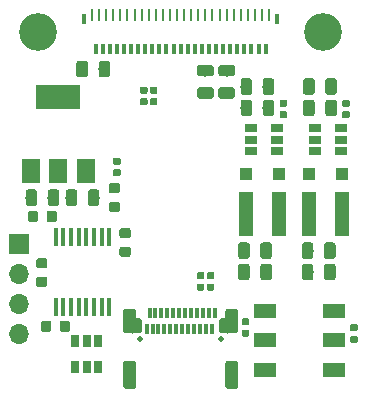
<source format=gts>
G04 #@! TF.GenerationSoftware,KiCad,Pcbnew,5.1.4+dfsg1-1*
G04 #@! TF.CreationDate,2019-12-22T00:43:44+01:00*
G04 #@! TF.ProjectId,USB-C-Screen-Adapter-LDR6023SS,5553422d-432d-4536-9372-65656e2d4164,rev?*
G04 #@! TF.SameCoordinates,Original*
G04 #@! TF.FileFunction,Soldermask,Top*
G04 #@! TF.FilePolarity,Negative*
%FSLAX46Y46*%
G04 Gerber Fmt 4.6, Leading zero omitted, Abs format (unit mm)*
G04 Created by KiCad (PCBNEW 5.1.4+dfsg1-1) date 2019-12-22 00:43:44*
%MOMM*%
%LPD*%
G04 APERTURE LIST*
%ADD10O,1.700000X1.700000*%
%ADD11R,1.700000X1.700000*%
%ADD12R,0.450000X0.900000*%
%ADD13R,0.260000X1.000000*%
%ADD14R,0.300000X0.950000*%
%ADD15R,1.950000X1.200000*%
%ADD16C,0.100000*%
%ADD17C,0.590000*%
%ADD18R,1.500000X2.000000*%
%ADD19R,3.800000X2.000000*%
%ADD20R,1.060000X0.650000*%
%ADD21R,0.650000X1.060000*%
%ADD22R,0.450000X1.500000*%
%ADD23C,0.975000*%
%ADD24C,0.875000*%
%ADD25R,1.200000X3.700000*%
%ADD26C,0.500000*%
%ADD27C,1.300000*%
%ADD28C,1.100000*%
%ADD29C,3.200000*%
%ADD30R,1.100000X1.100000*%
G04 APERTURE END LIST*
D10*
X101800000Y-129020000D03*
X101800000Y-126480000D03*
X101800000Y-123940000D03*
D11*
X101800000Y-121400000D03*
D12*
X123700000Y-102355000D03*
X107300000Y-102355000D03*
D13*
X123000000Y-102030000D03*
X122400000Y-102030000D03*
X121800000Y-102030000D03*
X121200000Y-102030000D03*
X120600000Y-102030000D03*
X120000000Y-102030000D03*
X119400000Y-102030000D03*
X118800000Y-102030000D03*
X118200000Y-102030000D03*
X117600000Y-102030000D03*
X117000000Y-102030000D03*
X116400000Y-102030000D03*
X115800000Y-102030000D03*
X115200000Y-102030000D03*
X114600000Y-102030000D03*
X114000000Y-102030000D03*
X113400000Y-102030000D03*
X112800000Y-102030000D03*
X112200000Y-102030000D03*
X111600000Y-102030000D03*
X111000000Y-102030000D03*
X110400000Y-102030000D03*
X109800000Y-102030000D03*
X109200000Y-102030000D03*
X108600000Y-102030000D03*
X108000000Y-102030000D03*
D14*
X122700000Y-104905000D03*
X113700000Y-104905000D03*
X114300000Y-104905000D03*
X114900000Y-104905000D03*
X113100000Y-104905000D03*
X112500000Y-104905000D03*
X111900000Y-104905000D03*
X108300000Y-104905000D03*
X108900000Y-104905000D03*
X109500000Y-104905000D03*
X111300000Y-104905000D03*
X110700000Y-104905000D03*
X110100000Y-104905000D03*
X117300000Y-104905000D03*
X117900000Y-104905000D03*
X118500000Y-104905000D03*
X116700000Y-104905000D03*
X116100000Y-104905000D03*
X115500000Y-104905000D03*
X119100000Y-104905000D03*
X119700000Y-104905000D03*
X120300000Y-104905000D03*
X122100000Y-104905000D03*
X121500000Y-104905000D03*
X120900000Y-104905000D03*
D15*
X128475000Y-132100000D03*
X122625000Y-132100000D03*
X128475000Y-127100000D03*
X122625000Y-127100000D03*
X128475000Y-129600000D03*
X122625000Y-129600000D03*
D16*
G36*
X129686958Y-109220710D02*
G01*
X129701276Y-109222834D01*
X129715317Y-109226351D01*
X129728946Y-109231228D01*
X129742031Y-109237417D01*
X129754447Y-109244858D01*
X129766073Y-109253481D01*
X129776798Y-109263202D01*
X129786519Y-109273927D01*
X129795142Y-109285553D01*
X129802583Y-109297969D01*
X129808772Y-109311054D01*
X129813649Y-109324683D01*
X129817166Y-109338724D01*
X129819290Y-109353042D01*
X129820000Y-109367500D01*
X129820000Y-109662500D01*
X129819290Y-109676958D01*
X129817166Y-109691276D01*
X129813649Y-109705317D01*
X129808772Y-109718946D01*
X129802583Y-109732031D01*
X129795142Y-109744447D01*
X129786519Y-109756073D01*
X129776798Y-109766798D01*
X129766073Y-109776519D01*
X129754447Y-109785142D01*
X129742031Y-109792583D01*
X129728946Y-109798772D01*
X129715317Y-109803649D01*
X129701276Y-109807166D01*
X129686958Y-109809290D01*
X129672500Y-109810000D01*
X129327500Y-109810000D01*
X129313042Y-109809290D01*
X129298724Y-109807166D01*
X129284683Y-109803649D01*
X129271054Y-109798772D01*
X129257969Y-109792583D01*
X129245553Y-109785142D01*
X129233927Y-109776519D01*
X129223202Y-109766798D01*
X129213481Y-109756073D01*
X129204858Y-109744447D01*
X129197417Y-109732031D01*
X129191228Y-109718946D01*
X129186351Y-109705317D01*
X129182834Y-109691276D01*
X129180710Y-109676958D01*
X129180000Y-109662500D01*
X129180000Y-109367500D01*
X129180710Y-109353042D01*
X129182834Y-109338724D01*
X129186351Y-109324683D01*
X129191228Y-109311054D01*
X129197417Y-109297969D01*
X129204858Y-109285553D01*
X129213481Y-109273927D01*
X129223202Y-109263202D01*
X129233927Y-109253481D01*
X129245553Y-109244858D01*
X129257969Y-109237417D01*
X129271054Y-109231228D01*
X129284683Y-109226351D01*
X129298724Y-109222834D01*
X129313042Y-109220710D01*
X129327500Y-109220000D01*
X129672500Y-109220000D01*
X129686958Y-109220710D01*
X129686958Y-109220710D01*
G37*
D17*
X129500000Y-109515000D03*
D16*
G36*
X129686958Y-110190710D02*
G01*
X129701276Y-110192834D01*
X129715317Y-110196351D01*
X129728946Y-110201228D01*
X129742031Y-110207417D01*
X129754447Y-110214858D01*
X129766073Y-110223481D01*
X129776798Y-110233202D01*
X129786519Y-110243927D01*
X129795142Y-110255553D01*
X129802583Y-110267969D01*
X129808772Y-110281054D01*
X129813649Y-110294683D01*
X129817166Y-110308724D01*
X129819290Y-110323042D01*
X129820000Y-110337500D01*
X129820000Y-110632500D01*
X129819290Y-110646958D01*
X129817166Y-110661276D01*
X129813649Y-110675317D01*
X129808772Y-110688946D01*
X129802583Y-110702031D01*
X129795142Y-110714447D01*
X129786519Y-110726073D01*
X129776798Y-110736798D01*
X129766073Y-110746519D01*
X129754447Y-110755142D01*
X129742031Y-110762583D01*
X129728946Y-110768772D01*
X129715317Y-110773649D01*
X129701276Y-110777166D01*
X129686958Y-110779290D01*
X129672500Y-110780000D01*
X129327500Y-110780000D01*
X129313042Y-110779290D01*
X129298724Y-110777166D01*
X129284683Y-110773649D01*
X129271054Y-110768772D01*
X129257969Y-110762583D01*
X129245553Y-110755142D01*
X129233927Y-110746519D01*
X129223202Y-110736798D01*
X129213481Y-110726073D01*
X129204858Y-110714447D01*
X129197417Y-110702031D01*
X129191228Y-110688946D01*
X129186351Y-110675317D01*
X129182834Y-110661276D01*
X129180710Y-110646958D01*
X129180000Y-110632500D01*
X129180000Y-110337500D01*
X129180710Y-110323042D01*
X129182834Y-110308724D01*
X129186351Y-110294683D01*
X129191228Y-110281054D01*
X129197417Y-110267969D01*
X129204858Y-110255553D01*
X129213481Y-110243927D01*
X129223202Y-110233202D01*
X129233927Y-110223481D01*
X129245553Y-110214858D01*
X129257969Y-110207417D01*
X129271054Y-110201228D01*
X129284683Y-110196351D01*
X129298724Y-110192834D01*
X129313042Y-110190710D01*
X129327500Y-110190000D01*
X129672500Y-110190000D01*
X129686958Y-110190710D01*
X129686958Y-110190710D01*
G37*
D17*
X129500000Y-110485000D03*
D16*
G36*
X124386958Y-109220710D02*
G01*
X124401276Y-109222834D01*
X124415317Y-109226351D01*
X124428946Y-109231228D01*
X124442031Y-109237417D01*
X124454447Y-109244858D01*
X124466073Y-109253481D01*
X124476798Y-109263202D01*
X124486519Y-109273927D01*
X124495142Y-109285553D01*
X124502583Y-109297969D01*
X124508772Y-109311054D01*
X124513649Y-109324683D01*
X124517166Y-109338724D01*
X124519290Y-109353042D01*
X124520000Y-109367500D01*
X124520000Y-109662500D01*
X124519290Y-109676958D01*
X124517166Y-109691276D01*
X124513649Y-109705317D01*
X124508772Y-109718946D01*
X124502583Y-109732031D01*
X124495142Y-109744447D01*
X124486519Y-109756073D01*
X124476798Y-109766798D01*
X124466073Y-109776519D01*
X124454447Y-109785142D01*
X124442031Y-109792583D01*
X124428946Y-109798772D01*
X124415317Y-109803649D01*
X124401276Y-109807166D01*
X124386958Y-109809290D01*
X124372500Y-109810000D01*
X124027500Y-109810000D01*
X124013042Y-109809290D01*
X123998724Y-109807166D01*
X123984683Y-109803649D01*
X123971054Y-109798772D01*
X123957969Y-109792583D01*
X123945553Y-109785142D01*
X123933927Y-109776519D01*
X123923202Y-109766798D01*
X123913481Y-109756073D01*
X123904858Y-109744447D01*
X123897417Y-109732031D01*
X123891228Y-109718946D01*
X123886351Y-109705317D01*
X123882834Y-109691276D01*
X123880710Y-109676958D01*
X123880000Y-109662500D01*
X123880000Y-109367500D01*
X123880710Y-109353042D01*
X123882834Y-109338724D01*
X123886351Y-109324683D01*
X123891228Y-109311054D01*
X123897417Y-109297969D01*
X123904858Y-109285553D01*
X123913481Y-109273927D01*
X123923202Y-109263202D01*
X123933927Y-109253481D01*
X123945553Y-109244858D01*
X123957969Y-109237417D01*
X123971054Y-109231228D01*
X123984683Y-109226351D01*
X123998724Y-109222834D01*
X124013042Y-109220710D01*
X124027500Y-109220000D01*
X124372500Y-109220000D01*
X124386958Y-109220710D01*
X124386958Y-109220710D01*
G37*
D17*
X124200000Y-109515000D03*
D16*
G36*
X124386958Y-110190710D02*
G01*
X124401276Y-110192834D01*
X124415317Y-110196351D01*
X124428946Y-110201228D01*
X124442031Y-110207417D01*
X124454447Y-110214858D01*
X124466073Y-110223481D01*
X124476798Y-110233202D01*
X124486519Y-110243927D01*
X124495142Y-110255553D01*
X124502583Y-110267969D01*
X124508772Y-110281054D01*
X124513649Y-110294683D01*
X124517166Y-110308724D01*
X124519290Y-110323042D01*
X124520000Y-110337500D01*
X124520000Y-110632500D01*
X124519290Y-110646958D01*
X124517166Y-110661276D01*
X124513649Y-110675317D01*
X124508772Y-110688946D01*
X124502583Y-110702031D01*
X124495142Y-110714447D01*
X124486519Y-110726073D01*
X124476798Y-110736798D01*
X124466073Y-110746519D01*
X124454447Y-110755142D01*
X124442031Y-110762583D01*
X124428946Y-110768772D01*
X124415317Y-110773649D01*
X124401276Y-110777166D01*
X124386958Y-110779290D01*
X124372500Y-110780000D01*
X124027500Y-110780000D01*
X124013042Y-110779290D01*
X123998724Y-110777166D01*
X123984683Y-110773649D01*
X123971054Y-110768772D01*
X123957969Y-110762583D01*
X123945553Y-110755142D01*
X123933927Y-110746519D01*
X123923202Y-110736798D01*
X123913481Y-110726073D01*
X123904858Y-110714447D01*
X123897417Y-110702031D01*
X123891228Y-110688946D01*
X123886351Y-110675317D01*
X123882834Y-110661276D01*
X123880710Y-110646958D01*
X123880000Y-110632500D01*
X123880000Y-110337500D01*
X123880710Y-110323042D01*
X123882834Y-110308724D01*
X123886351Y-110294683D01*
X123891228Y-110281054D01*
X123897417Y-110267969D01*
X123904858Y-110255553D01*
X123913481Y-110243927D01*
X123923202Y-110233202D01*
X123933927Y-110223481D01*
X123945553Y-110214858D01*
X123957969Y-110207417D01*
X123971054Y-110201228D01*
X123984683Y-110196351D01*
X123998724Y-110192834D01*
X124013042Y-110190710D01*
X124027500Y-110190000D01*
X124372500Y-110190000D01*
X124386958Y-110190710D01*
X124386958Y-110190710D01*
G37*
D17*
X124200000Y-110485000D03*
D16*
G36*
X130366958Y-128230710D02*
G01*
X130381276Y-128232834D01*
X130395317Y-128236351D01*
X130408946Y-128241228D01*
X130422031Y-128247417D01*
X130434447Y-128254858D01*
X130446073Y-128263481D01*
X130456798Y-128273202D01*
X130466519Y-128283927D01*
X130475142Y-128295553D01*
X130482583Y-128307969D01*
X130488772Y-128321054D01*
X130493649Y-128334683D01*
X130497166Y-128348724D01*
X130499290Y-128363042D01*
X130500000Y-128377500D01*
X130500000Y-128672500D01*
X130499290Y-128686958D01*
X130497166Y-128701276D01*
X130493649Y-128715317D01*
X130488772Y-128728946D01*
X130482583Y-128742031D01*
X130475142Y-128754447D01*
X130466519Y-128766073D01*
X130456798Y-128776798D01*
X130446073Y-128786519D01*
X130434447Y-128795142D01*
X130422031Y-128802583D01*
X130408946Y-128808772D01*
X130395317Y-128813649D01*
X130381276Y-128817166D01*
X130366958Y-128819290D01*
X130352500Y-128820000D01*
X130007500Y-128820000D01*
X129993042Y-128819290D01*
X129978724Y-128817166D01*
X129964683Y-128813649D01*
X129951054Y-128808772D01*
X129937969Y-128802583D01*
X129925553Y-128795142D01*
X129913927Y-128786519D01*
X129903202Y-128776798D01*
X129893481Y-128766073D01*
X129884858Y-128754447D01*
X129877417Y-128742031D01*
X129871228Y-128728946D01*
X129866351Y-128715317D01*
X129862834Y-128701276D01*
X129860710Y-128686958D01*
X129860000Y-128672500D01*
X129860000Y-128377500D01*
X129860710Y-128363042D01*
X129862834Y-128348724D01*
X129866351Y-128334683D01*
X129871228Y-128321054D01*
X129877417Y-128307969D01*
X129884858Y-128295553D01*
X129893481Y-128283927D01*
X129903202Y-128273202D01*
X129913927Y-128263481D01*
X129925553Y-128254858D01*
X129937969Y-128247417D01*
X129951054Y-128241228D01*
X129964683Y-128236351D01*
X129978724Y-128232834D01*
X129993042Y-128230710D01*
X130007500Y-128230000D01*
X130352500Y-128230000D01*
X130366958Y-128230710D01*
X130366958Y-128230710D01*
G37*
D17*
X130180000Y-128525000D03*
D16*
G36*
X130366958Y-129200710D02*
G01*
X130381276Y-129202834D01*
X130395317Y-129206351D01*
X130408946Y-129211228D01*
X130422031Y-129217417D01*
X130434447Y-129224858D01*
X130446073Y-129233481D01*
X130456798Y-129243202D01*
X130466519Y-129253927D01*
X130475142Y-129265553D01*
X130482583Y-129277969D01*
X130488772Y-129291054D01*
X130493649Y-129304683D01*
X130497166Y-129318724D01*
X130499290Y-129333042D01*
X130500000Y-129347500D01*
X130500000Y-129642500D01*
X130499290Y-129656958D01*
X130497166Y-129671276D01*
X130493649Y-129685317D01*
X130488772Y-129698946D01*
X130482583Y-129712031D01*
X130475142Y-129724447D01*
X130466519Y-129736073D01*
X130456798Y-129746798D01*
X130446073Y-129756519D01*
X130434447Y-129765142D01*
X130422031Y-129772583D01*
X130408946Y-129778772D01*
X130395317Y-129783649D01*
X130381276Y-129787166D01*
X130366958Y-129789290D01*
X130352500Y-129790000D01*
X130007500Y-129790000D01*
X129993042Y-129789290D01*
X129978724Y-129787166D01*
X129964683Y-129783649D01*
X129951054Y-129778772D01*
X129937969Y-129772583D01*
X129925553Y-129765142D01*
X129913927Y-129756519D01*
X129903202Y-129746798D01*
X129893481Y-129736073D01*
X129884858Y-129724447D01*
X129877417Y-129712031D01*
X129871228Y-129698946D01*
X129866351Y-129685317D01*
X129862834Y-129671276D01*
X129860710Y-129656958D01*
X129860000Y-129642500D01*
X129860000Y-129347500D01*
X129860710Y-129333042D01*
X129862834Y-129318724D01*
X129866351Y-129304683D01*
X129871228Y-129291054D01*
X129877417Y-129277969D01*
X129884858Y-129265553D01*
X129893481Y-129253927D01*
X129903202Y-129243202D01*
X129913927Y-129233481D01*
X129925553Y-129224858D01*
X129937969Y-129217417D01*
X129951054Y-129211228D01*
X129964683Y-129206351D01*
X129978724Y-129202834D01*
X129993042Y-129200710D01*
X130007500Y-129200000D01*
X130352500Y-129200000D01*
X130366958Y-129200710D01*
X130366958Y-129200710D01*
G37*
D17*
X130180000Y-129495000D03*
D16*
G36*
X121186958Y-128690710D02*
G01*
X121201276Y-128692834D01*
X121215317Y-128696351D01*
X121228946Y-128701228D01*
X121242031Y-128707417D01*
X121254447Y-128714858D01*
X121266073Y-128723481D01*
X121276798Y-128733202D01*
X121286519Y-128743927D01*
X121295142Y-128755553D01*
X121302583Y-128767969D01*
X121308772Y-128781054D01*
X121313649Y-128794683D01*
X121317166Y-128808724D01*
X121319290Y-128823042D01*
X121320000Y-128837500D01*
X121320000Y-129132500D01*
X121319290Y-129146958D01*
X121317166Y-129161276D01*
X121313649Y-129175317D01*
X121308772Y-129188946D01*
X121302583Y-129202031D01*
X121295142Y-129214447D01*
X121286519Y-129226073D01*
X121276798Y-129236798D01*
X121266073Y-129246519D01*
X121254447Y-129255142D01*
X121242031Y-129262583D01*
X121228946Y-129268772D01*
X121215317Y-129273649D01*
X121201276Y-129277166D01*
X121186958Y-129279290D01*
X121172500Y-129280000D01*
X120827500Y-129280000D01*
X120813042Y-129279290D01*
X120798724Y-129277166D01*
X120784683Y-129273649D01*
X120771054Y-129268772D01*
X120757969Y-129262583D01*
X120745553Y-129255142D01*
X120733927Y-129246519D01*
X120723202Y-129236798D01*
X120713481Y-129226073D01*
X120704858Y-129214447D01*
X120697417Y-129202031D01*
X120691228Y-129188946D01*
X120686351Y-129175317D01*
X120682834Y-129161276D01*
X120680710Y-129146958D01*
X120680000Y-129132500D01*
X120680000Y-128837500D01*
X120680710Y-128823042D01*
X120682834Y-128808724D01*
X120686351Y-128794683D01*
X120691228Y-128781054D01*
X120697417Y-128767969D01*
X120704858Y-128755553D01*
X120713481Y-128743927D01*
X120723202Y-128733202D01*
X120733927Y-128723481D01*
X120745553Y-128714858D01*
X120757969Y-128707417D01*
X120771054Y-128701228D01*
X120784683Y-128696351D01*
X120798724Y-128692834D01*
X120813042Y-128690710D01*
X120827500Y-128690000D01*
X121172500Y-128690000D01*
X121186958Y-128690710D01*
X121186958Y-128690710D01*
G37*
D17*
X121000000Y-128985000D03*
D16*
G36*
X121186958Y-127720710D02*
G01*
X121201276Y-127722834D01*
X121215317Y-127726351D01*
X121228946Y-127731228D01*
X121242031Y-127737417D01*
X121254447Y-127744858D01*
X121266073Y-127753481D01*
X121276798Y-127763202D01*
X121286519Y-127773927D01*
X121295142Y-127785553D01*
X121302583Y-127797969D01*
X121308772Y-127811054D01*
X121313649Y-127824683D01*
X121317166Y-127838724D01*
X121319290Y-127853042D01*
X121320000Y-127867500D01*
X121320000Y-128162500D01*
X121319290Y-128176958D01*
X121317166Y-128191276D01*
X121313649Y-128205317D01*
X121308772Y-128218946D01*
X121302583Y-128232031D01*
X121295142Y-128244447D01*
X121286519Y-128256073D01*
X121276798Y-128266798D01*
X121266073Y-128276519D01*
X121254447Y-128285142D01*
X121242031Y-128292583D01*
X121228946Y-128298772D01*
X121215317Y-128303649D01*
X121201276Y-128307166D01*
X121186958Y-128309290D01*
X121172500Y-128310000D01*
X120827500Y-128310000D01*
X120813042Y-128309290D01*
X120798724Y-128307166D01*
X120784683Y-128303649D01*
X120771054Y-128298772D01*
X120757969Y-128292583D01*
X120745553Y-128285142D01*
X120733927Y-128276519D01*
X120723202Y-128266798D01*
X120713481Y-128256073D01*
X120704858Y-128244447D01*
X120697417Y-128232031D01*
X120691228Y-128218946D01*
X120686351Y-128205317D01*
X120682834Y-128191276D01*
X120680710Y-128176958D01*
X120680000Y-128162500D01*
X120680000Y-127867500D01*
X120680710Y-127853042D01*
X120682834Y-127838724D01*
X120686351Y-127824683D01*
X120691228Y-127811054D01*
X120697417Y-127797969D01*
X120704858Y-127785553D01*
X120713481Y-127773927D01*
X120723202Y-127763202D01*
X120733927Y-127753481D01*
X120745553Y-127744858D01*
X120757969Y-127737417D01*
X120771054Y-127731228D01*
X120784683Y-127726351D01*
X120798724Y-127722834D01*
X120813042Y-127720710D01*
X120827500Y-127720000D01*
X121172500Y-127720000D01*
X121186958Y-127720710D01*
X121186958Y-127720710D01*
G37*
D17*
X121000000Y-128015000D03*
D18*
X102860000Y-115260000D03*
X107460000Y-115260000D03*
X105160000Y-115260000D03*
D19*
X105160000Y-108960000D03*
D20*
X126900000Y-112600000D03*
X126900000Y-113550000D03*
X126900000Y-111650000D03*
X129100000Y-111650000D03*
X129100000Y-112600000D03*
X129100000Y-113550000D03*
X121500000Y-112600000D03*
X121500000Y-113550000D03*
X121500000Y-111650000D03*
X123700000Y-111650000D03*
X123700000Y-112600000D03*
X123700000Y-113550000D03*
D21*
X107540000Y-129650000D03*
X106590000Y-129650000D03*
X108490000Y-129650000D03*
X108490000Y-131850000D03*
X107540000Y-131850000D03*
X106590000Y-131850000D03*
D22*
X104925000Y-120850000D03*
X105575000Y-120850000D03*
X106225000Y-120850000D03*
X106875000Y-120850000D03*
X107525000Y-120850000D03*
X108175000Y-120850000D03*
X108825000Y-120850000D03*
X109475000Y-120850000D03*
X109475000Y-126750000D03*
X108825000Y-126750000D03*
X108175000Y-126750000D03*
X107525000Y-126750000D03*
X106875000Y-126750000D03*
X106225000Y-126750000D03*
X105575000Y-126750000D03*
X104925000Y-126750000D03*
D16*
G36*
X119880142Y-108151174D02*
G01*
X119903803Y-108154684D01*
X119927007Y-108160496D01*
X119949529Y-108168554D01*
X119971153Y-108178782D01*
X119991670Y-108191079D01*
X120010883Y-108205329D01*
X120028607Y-108221393D01*
X120044671Y-108239117D01*
X120058921Y-108258330D01*
X120071218Y-108278847D01*
X120081446Y-108300471D01*
X120089504Y-108322993D01*
X120095316Y-108346197D01*
X120098826Y-108369858D01*
X120100000Y-108393750D01*
X120100000Y-108881250D01*
X120098826Y-108905142D01*
X120095316Y-108928803D01*
X120089504Y-108952007D01*
X120081446Y-108974529D01*
X120071218Y-108996153D01*
X120058921Y-109016670D01*
X120044671Y-109035883D01*
X120028607Y-109053607D01*
X120010883Y-109069671D01*
X119991670Y-109083921D01*
X119971153Y-109096218D01*
X119949529Y-109106446D01*
X119927007Y-109114504D01*
X119903803Y-109120316D01*
X119880142Y-109123826D01*
X119856250Y-109125000D01*
X118943750Y-109125000D01*
X118919858Y-109123826D01*
X118896197Y-109120316D01*
X118872993Y-109114504D01*
X118850471Y-109106446D01*
X118828847Y-109096218D01*
X118808330Y-109083921D01*
X118789117Y-109069671D01*
X118771393Y-109053607D01*
X118755329Y-109035883D01*
X118741079Y-109016670D01*
X118728782Y-108996153D01*
X118718554Y-108974529D01*
X118710496Y-108952007D01*
X118704684Y-108928803D01*
X118701174Y-108905142D01*
X118700000Y-108881250D01*
X118700000Y-108393750D01*
X118701174Y-108369858D01*
X118704684Y-108346197D01*
X118710496Y-108322993D01*
X118718554Y-108300471D01*
X118728782Y-108278847D01*
X118741079Y-108258330D01*
X118755329Y-108239117D01*
X118771393Y-108221393D01*
X118789117Y-108205329D01*
X118808330Y-108191079D01*
X118828847Y-108178782D01*
X118850471Y-108168554D01*
X118872993Y-108160496D01*
X118896197Y-108154684D01*
X118919858Y-108151174D01*
X118943750Y-108150000D01*
X119856250Y-108150000D01*
X119880142Y-108151174D01*
X119880142Y-108151174D01*
G37*
D23*
X119400000Y-108637500D03*
D16*
G36*
X119880142Y-106276174D02*
G01*
X119903803Y-106279684D01*
X119927007Y-106285496D01*
X119949529Y-106293554D01*
X119971153Y-106303782D01*
X119991670Y-106316079D01*
X120010883Y-106330329D01*
X120028607Y-106346393D01*
X120044671Y-106364117D01*
X120058921Y-106383330D01*
X120071218Y-106403847D01*
X120081446Y-106425471D01*
X120089504Y-106447993D01*
X120095316Y-106471197D01*
X120098826Y-106494858D01*
X120100000Y-106518750D01*
X120100000Y-107006250D01*
X120098826Y-107030142D01*
X120095316Y-107053803D01*
X120089504Y-107077007D01*
X120081446Y-107099529D01*
X120071218Y-107121153D01*
X120058921Y-107141670D01*
X120044671Y-107160883D01*
X120028607Y-107178607D01*
X120010883Y-107194671D01*
X119991670Y-107208921D01*
X119971153Y-107221218D01*
X119949529Y-107231446D01*
X119927007Y-107239504D01*
X119903803Y-107245316D01*
X119880142Y-107248826D01*
X119856250Y-107250000D01*
X118943750Y-107250000D01*
X118919858Y-107248826D01*
X118896197Y-107245316D01*
X118872993Y-107239504D01*
X118850471Y-107231446D01*
X118828847Y-107221218D01*
X118808330Y-107208921D01*
X118789117Y-107194671D01*
X118771393Y-107178607D01*
X118755329Y-107160883D01*
X118741079Y-107141670D01*
X118728782Y-107121153D01*
X118718554Y-107099529D01*
X118710496Y-107077007D01*
X118704684Y-107053803D01*
X118701174Y-107030142D01*
X118700000Y-107006250D01*
X118700000Y-106518750D01*
X118701174Y-106494858D01*
X118704684Y-106471197D01*
X118710496Y-106447993D01*
X118718554Y-106425471D01*
X118728782Y-106403847D01*
X118741079Y-106383330D01*
X118755329Y-106364117D01*
X118771393Y-106346393D01*
X118789117Y-106330329D01*
X118808330Y-106316079D01*
X118828847Y-106303782D01*
X118850471Y-106293554D01*
X118872993Y-106285496D01*
X118896197Y-106279684D01*
X118919858Y-106276174D01*
X118943750Y-106275000D01*
X119856250Y-106275000D01*
X119880142Y-106276174D01*
X119880142Y-106276174D01*
G37*
D23*
X119400000Y-106762500D03*
D16*
G36*
X118080142Y-108151174D02*
G01*
X118103803Y-108154684D01*
X118127007Y-108160496D01*
X118149529Y-108168554D01*
X118171153Y-108178782D01*
X118191670Y-108191079D01*
X118210883Y-108205329D01*
X118228607Y-108221393D01*
X118244671Y-108239117D01*
X118258921Y-108258330D01*
X118271218Y-108278847D01*
X118281446Y-108300471D01*
X118289504Y-108322993D01*
X118295316Y-108346197D01*
X118298826Y-108369858D01*
X118300000Y-108393750D01*
X118300000Y-108881250D01*
X118298826Y-108905142D01*
X118295316Y-108928803D01*
X118289504Y-108952007D01*
X118281446Y-108974529D01*
X118271218Y-108996153D01*
X118258921Y-109016670D01*
X118244671Y-109035883D01*
X118228607Y-109053607D01*
X118210883Y-109069671D01*
X118191670Y-109083921D01*
X118171153Y-109096218D01*
X118149529Y-109106446D01*
X118127007Y-109114504D01*
X118103803Y-109120316D01*
X118080142Y-109123826D01*
X118056250Y-109125000D01*
X117143750Y-109125000D01*
X117119858Y-109123826D01*
X117096197Y-109120316D01*
X117072993Y-109114504D01*
X117050471Y-109106446D01*
X117028847Y-109096218D01*
X117008330Y-109083921D01*
X116989117Y-109069671D01*
X116971393Y-109053607D01*
X116955329Y-109035883D01*
X116941079Y-109016670D01*
X116928782Y-108996153D01*
X116918554Y-108974529D01*
X116910496Y-108952007D01*
X116904684Y-108928803D01*
X116901174Y-108905142D01*
X116900000Y-108881250D01*
X116900000Y-108393750D01*
X116901174Y-108369858D01*
X116904684Y-108346197D01*
X116910496Y-108322993D01*
X116918554Y-108300471D01*
X116928782Y-108278847D01*
X116941079Y-108258330D01*
X116955329Y-108239117D01*
X116971393Y-108221393D01*
X116989117Y-108205329D01*
X117008330Y-108191079D01*
X117028847Y-108178782D01*
X117050471Y-108168554D01*
X117072993Y-108160496D01*
X117096197Y-108154684D01*
X117119858Y-108151174D01*
X117143750Y-108150000D01*
X118056250Y-108150000D01*
X118080142Y-108151174D01*
X118080142Y-108151174D01*
G37*
D23*
X117600000Y-108637500D03*
D16*
G36*
X118080142Y-106276174D02*
G01*
X118103803Y-106279684D01*
X118127007Y-106285496D01*
X118149529Y-106293554D01*
X118171153Y-106303782D01*
X118191670Y-106316079D01*
X118210883Y-106330329D01*
X118228607Y-106346393D01*
X118244671Y-106364117D01*
X118258921Y-106383330D01*
X118271218Y-106403847D01*
X118281446Y-106425471D01*
X118289504Y-106447993D01*
X118295316Y-106471197D01*
X118298826Y-106494858D01*
X118300000Y-106518750D01*
X118300000Y-107006250D01*
X118298826Y-107030142D01*
X118295316Y-107053803D01*
X118289504Y-107077007D01*
X118281446Y-107099529D01*
X118271218Y-107121153D01*
X118258921Y-107141670D01*
X118244671Y-107160883D01*
X118228607Y-107178607D01*
X118210883Y-107194671D01*
X118191670Y-107208921D01*
X118171153Y-107221218D01*
X118149529Y-107231446D01*
X118127007Y-107239504D01*
X118103803Y-107245316D01*
X118080142Y-107248826D01*
X118056250Y-107250000D01*
X117143750Y-107250000D01*
X117119858Y-107248826D01*
X117096197Y-107245316D01*
X117072993Y-107239504D01*
X117050471Y-107231446D01*
X117028847Y-107221218D01*
X117008330Y-107208921D01*
X116989117Y-107194671D01*
X116971393Y-107178607D01*
X116955329Y-107160883D01*
X116941079Y-107141670D01*
X116928782Y-107121153D01*
X116918554Y-107099529D01*
X116910496Y-107077007D01*
X116904684Y-107053803D01*
X116901174Y-107030142D01*
X116900000Y-107006250D01*
X116900000Y-106518750D01*
X116901174Y-106494858D01*
X116904684Y-106471197D01*
X116910496Y-106447993D01*
X116918554Y-106425471D01*
X116928782Y-106403847D01*
X116941079Y-106383330D01*
X116955329Y-106364117D01*
X116971393Y-106346393D01*
X116989117Y-106330329D01*
X117008330Y-106316079D01*
X117028847Y-106303782D01*
X117050471Y-106293554D01*
X117072993Y-106285496D01*
X117096197Y-106279684D01*
X117119858Y-106276174D01*
X117143750Y-106275000D01*
X118056250Y-106275000D01*
X118080142Y-106276174D01*
X118080142Y-106276174D01*
G37*
D23*
X117600000Y-106762500D03*
D16*
G36*
X104352691Y-127926053D02*
G01*
X104373926Y-127929203D01*
X104394750Y-127934419D01*
X104414962Y-127941651D01*
X104434368Y-127950830D01*
X104452781Y-127961866D01*
X104470024Y-127974654D01*
X104485930Y-127989070D01*
X104500346Y-128004976D01*
X104513134Y-128022219D01*
X104524170Y-128040632D01*
X104533349Y-128060038D01*
X104540581Y-128080250D01*
X104545797Y-128101074D01*
X104548947Y-128122309D01*
X104550000Y-128143750D01*
X104550000Y-128656250D01*
X104548947Y-128677691D01*
X104545797Y-128698926D01*
X104540581Y-128719750D01*
X104533349Y-128739962D01*
X104524170Y-128759368D01*
X104513134Y-128777781D01*
X104500346Y-128795024D01*
X104485930Y-128810930D01*
X104470024Y-128825346D01*
X104452781Y-128838134D01*
X104434368Y-128849170D01*
X104414962Y-128858349D01*
X104394750Y-128865581D01*
X104373926Y-128870797D01*
X104352691Y-128873947D01*
X104331250Y-128875000D01*
X103893750Y-128875000D01*
X103872309Y-128873947D01*
X103851074Y-128870797D01*
X103830250Y-128865581D01*
X103810038Y-128858349D01*
X103790632Y-128849170D01*
X103772219Y-128838134D01*
X103754976Y-128825346D01*
X103739070Y-128810930D01*
X103724654Y-128795024D01*
X103711866Y-128777781D01*
X103700830Y-128759368D01*
X103691651Y-128739962D01*
X103684419Y-128719750D01*
X103679203Y-128698926D01*
X103676053Y-128677691D01*
X103675000Y-128656250D01*
X103675000Y-128143750D01*
X103676053Y-128122309D01*
X103679203Y-128101074D01*
X103684419Y-128080250D01*
X103691651Y-128060038D01*
X103700830Y-128040632D01*
X103711866Y-128022219D01*
X103724654Y-128004976D01*
X103739070Y-127989070D01*
X103754976Y-127974654D01*
X103772219Y-127961866D01*
X103790632Y-127950830D01*
X103810038Y-127941651D01*
X103830250Y-127934419D01*
X103851074Y-127929203D01*
X103872309Y-127926053D01*
X103893750Y-127925000D01*
X104331250Y-127925000D01*
X104352691Y-127926053D01*
X104352691Y-127926053D01*
G37*
D24*
X104112500Y-128400000D03*
D16*
G36*
X105927691Y-127926053D02*
G01*
X105948926Y-127929203D01*
X105969750Y-127934419D01*
X105989962Y-127941651D01*
X106009368Y-127950830D01*
X106027781Y-127961866D01*
X106045024Y-127974654D01*
X106060930Y-127989070D01*
X106075346Y-128004976D01*
X106088134Y-128022219D01*
X106099170Y-128040632D01*
X106108349Y-128060038D01*
X106115581Y-128080250D01*
X106120797Y-128101074D01*
X106123947Y-128122309D01*
X106125000Y-128143750D01*
X106125000Y-128656250D01*
X106123947Y-128677691D01*
X106120797Y-128698926D01*
X106115581Y-128719750D01*
X106108349Y-128739962D01*
X106099170Y-128759368D01*
X106088134Y-128777781D01*
X106075346Y-128795024D01*
X106060930Y-128810930D01*
X106045024Y-128825346D01*
X106027781Y-128838134D01*
X106009368Y-128849170D01*
X105989962Y-128858349D01*
X105969750Y-128865581D01*
X105948926Y-128870797D01*
X105927691Y-128873947D01*
X105906250Y-128875000D01*
X105468750Y-128875000D01*
X105447309Y-128873947D01*
X105426074Y-128870797D01*
X105405250Y-128865581D01*
X105385038Y-128858349D01*
X105365632Y-128849170D01*
X105347219Y-128838134D01*
X105329976Y-128825346D01*
X105314070Y-128810930D01*
X105299654Y-128795024D01*
X105286866Y-128777781D01*
X105275830Y-128759368D01*
X105266651Y-128739962D01*
X105259419Y-128719750D01*
X105254203Y-128698926D01*
X105251053Y-128677691D01*
X105250000Y-128656250D01*
X105250000Y-128143750D01*
X105251053Y-128122309D01*
X105254203Y-128101074D01*
X105259419Y-128080250D01*
X105266651Y-128060038D01*
X105275830Y-128040632D01*
X105286866Y-128022219D01*
X105299654Y-128004976D01*
X105314070Y-127989070D01*
X105329976Y-127974654D01*
X105347219Y-127961866D01*
X105365632Y-127950830D01*
X105385038Y-127941651D01*
X105405250Y-127934419D01*
X105426074Y-127929203D01*
X105447309Y-127926053D01*
X105468750Y-127925000D01*
X105906250Y-127925000D01*
X105927691Y-127926053D01*
X105927691Y-127926053D01*
G37*
D24*
X105687500Y-128400000D03*
D16*
G36*
X104827691Y-118626053D02*
G01*
X104848926Y-118629203D01*
X104869750Y-118634419D01*
X104889962Y-118641651D01*
X104909368Y-118650830D01*
X104927781Y-118661866D01*
X104945024Y-118674654D01*
X104960930Y-118689070D01*
X104975346Y-118704976D01*
X104988134Y-118722219D01*
X104999170Y-118740632D01*
X105008349Y-118760038D01*
X105015581Y-118780250D01*
X105020797Y-118801074D01*
X105023947Y-118822309D01*
X105025000Y-118843750D01*
X105025000Y-119356250D01*
X105023947Y-119377691D01*
X105020797Y-119398926D01*
X105015581Y-119419750D01*
X105008349Y-119439962D01*
X104999170Y-119459368D01*
X104988134Y-119477781D01*
X104975346Y-119495024D01*
X104960930Y-119510930D01*
X104945024Y-119525346D01*
X104927781Y-119538134D01*
X104909368Y-119549170D01*
X104889962Y-119558349D01*
X104869750Y-119565581D01*
X104848926Y-119570797D01*
X104827691Y-119573947D01*
X104806250Y-119575000D01*
X104368750Y-119575000D01*
X104347309Y-119573947D01*
X104326074Y-119570797D01*
X104305250Y-119565581D01*
X104285038Y-119558349D01*
X104265632Y-119549170D01*
X104247219Y-119538134D01*
X104229976Y-119525346D01*
X104214070Y-119510930D01*
X104199654Y-119495024D01*
X104186866Y-119477781D01*
X104175830Y-119459368D01*
X104166651Y-119439962D01*
X104159419Y-119419750D01*
X104154203Y-119398926D01*
X104151053Y-119377691D01*
X104150000Y-119356250D01*
X104150000Y-118843750D01*
X104151053Y-118822309D01*
X104154203Y-118801074D01*
X104159419Y-118780250D01*
X104166651Y-118760038D01*
X104175830Y-118740632D01*
X104186866Y-118722219D01*
X104199654Y-118704976D01*
X104214070Y-118689070D01*
X104229976Y-118674654D01*
X104247219Y-118661866D01*
X104265632Y-118650830D01*
X104285038Y-118641651D01*
X104305250Y-118634419D01*
X104326074Y-118629203D01*
X104347309Y-118626053D01*
X104368750Y-118625000D01*
X104806250Y-118625000D01*
X104827691Y-118626053D01*
X104827691Y-118626053D01*
G37*
D24*
X104587500Y-119100000D03*
D16*
G36*
X103252691Y-118626053D02*
G01*
X103273926Y-118629203D01*
X103294750Y-118634419D01*
X103314962Y-118641651D01*
X103334368Y-118650830D01*
X103352781Y-118661866D01*
X103370024Y-118674654D01*
X103385930Y-118689070D01*
X103400346Y-118704976D01*
X103413134Y-118722219D01*
X103424170Y-118740632D01*
X103433349Y-118760038D01*
X103440581Y-118780250D01*
X103445797Y-118801074D01*
X103448947Y-118822309D01*
X103450000Y-118843750D01*
X103450000Y-119356250D01*
X103448947Y-119377691D01*
X103445797Y-119398926D01*
X103440581Y-119419750D01*
X103433349Y-119439962D01*
X103424170Y-119459368D01*
X103413134Y-119477781D01*
X103400346Y-119495024D01*
X103385930Y-119510930D01*
X103370024Y-119525346D01*
X103352781Y-119538134D01*
X103334368Y-119549170D01*
X103314962Y-119558349D01*
X103294750Y-119565581D01*
X103273926Y-119570797D01*
X103252691Y-119573947D01*
X103231250Y-119575000D01*
X102793750Y-119575000D01*
X102772309Y-119573947D01*
X102751074Y-119570797D01*
X102730250Y-119565581D01*
X102710038Y-119558349D01*
X102690632Y-119549170D01*
X102672219Y-119538134D01*
X102654976Y-119525346D01*
X102639070Y-119510930D01*
X102624654Y-119495024D01*
X102611866Y-119477781D01*
X102600830Y-119459368D01*
X102591651Y-119439962D01*
X102584419Y-119419750D01*
X102579203Y-119398926D01*
X102576053Y-119377691D01*
X102575000Y-119356250D01*
X102575000Y-118843750D01*
X102576053Y-118822309D01*
X102579203Y-118801074D01*
X102584419Y-118780250D01*
X102591651Y-118760038D01*
X102600830Y-118740632D01*
X102611866Y-118722219D01*
X102624654Y-118704976D01*
X102639070Y-118689070D01*
X102654976Y-118674654D01*
X102672219Y-118661866D01*
X102690632Y-118650830D01*
X102710038Y-118641651D01*
X102730250Y-118634419D01*
X102751074Y-118629203D01*
X102772309Y-118626053D01*
X102793750Y-118625000D01*
X103231250Y-118625000D01*
X103252691Y-118626053D01*
X103252691Y-118626053D01*
G37*
D24*
X103012500Y-119100000D03*
D16*
G36*
X110286958Y-114120710D02*
G01*
X110301276Y-114122834D01*
X110315317Y-114126351D01*
X110328946Y-114131228D01*
X110342031Y-114137417D01*
X110354447Y-114144858D01*
X110366073Y-114153481D01*
X110376798Y-114163202D01*
X110386519Y-114173927D01*
X110395142Y-114185553D01*
X110402583Y-114197969D01*
X110408772Y-114211054D01*
X110413649Y-114224683D01*
X110417166Y-114238724D01*
X110419290Y-114253042D01*
X110420000Y-114267500D01*
X110420000Y-114562500D01*
X110419290Y-114576958D01*
X110417166Y-114591276D01*
X110413649Y-114605317D01*
X110408772Y-114618946D01*
X110402583Y-114632031D01*
X110395142Y-114644447D01*
X110386519Y-114656073D01*
X110376798Y-114666798D01*
X110366073Y-114676519D01*
X110354447Y-114685142D01*
X110342031Y-114692583D01*
X110328946Y-114698772D01*
X110315317Y-114703649D01*
X110301276Y-114707166D01*
X110286958Y-114709290D01*
X110272500Y-114710000D01*
X109927500Y-114710000D01*
X109913042Y-114709290D01*
X109898724Y-114707166D01*
X109884683Y-114703649D01*
X109871054Y-114698772D01*
X109857969Y-114692583D01*
X109845553Y-114685142D01*
X109833927Y-114676519D01*
X109823202Y-114666798D01*
X109813481Y-114656073D01*
X109804858Y-114644447D01*
X109797417Y-114632031D01*
X109791228Y-114618946D01*
X109786351Y-114605317D01*
X109782834Y-114591276D01*
X109780710Y-114576958D01*
X109780000Y-114562500D01*
X109780000Y-114267500D01*
X109780710Y-114253042D01*
X109782834Y-114238724D01*
X109786351Y-114224683D01*
X109791228Y-114211054D01*
X109797417Y-114197969D01*
X109804858Y-114185553D01*
X109813481Y-114173927D01*
X109823202Y-114163202D01*
X109833927Y-114153481D01*
X109845553Y-114144858D01*
X109857969Y-114137417D01*
X109871054Y-114131228D01*
X109884683Y-114126351D01*
X109898724Y-114122834D01*
X109913042Y-114120710D01*
X109927500Y-114120000D01*
X110272500Y-114120000D01*
X110286958Y-114120710D01*
X110286958Y-114120710D01*
G37*
D17*
X110100000Y-114415000D03*
D16*
G36*
X110286958Y-115090710D02*
G01*
X110301276Y-115092834D01*
X110315317Y-115096351D01*
X110328946Y-115101228D01*
X110342031Y-115107417D01*
X110354447Y-115114858D01*
X110366073Y-115123481D01*
X110376798Y-115133202D01*
X110386519Y-115143927D01*
X110395142Y-115155553D01*
X110402583Y-115167969D01*
X110408772Y-115181054D01*
X110413649Y-115194683D01*
X110417166Y-115208724D01*
X110419290Y-115223042D01*
X110420000Y-115237500D01*
X110420000Y-115532500D01*
X110419290Y-115546958D01*
X110417166Y-115561276D01*
X110413649Y-115575317D01*
X110408772Y-115588946D01*
X110402583Y-115602031D01*
X110395142Y-115614447D01*
X110386519Y-115626073D01*
X110376798Y-115636798D01*
X110366073Y-115646519D01*
X110354447Y-115655142D01*
X110342031Y-115662583D01*
X110328946Y-115668772D01*
X110315317Y-115673649D01*
X110301276Y-115677166D01*
X110286958Y-115679290D01*
X110272500Y-115680000D01*
X109927500Y-115680000D01*
X109913042Y-115679290D01*
X109898724Y-115677166D01*
X109884683Y-115673649D01*
X109871054Y-115668772D01*
X109857969Y-115662583D01*
X109845553Y-115655142D01*
X109833927Y-115646519D01*
X109823202Y-115636798D01*
X109813481Y-115626073D01*
X109804858Y-115614447D01*
X109797417Y-115602031D01*
X109791228Y-115588946D01*
X109786351Y-115575317D01*
X109782834Y-115561276D01*
X109780710Y-115546958D01*
X109780000Y-115532500D01*
X109780000Y-115237500D01*
X109780710Y-115223042D01*
X109782834Y-115208724D01*
X109786351Y-115194683D01*
X109791228Y-115181054D01*
X109797417Y-115167969D01*
X109804858Y-115155553D01*
X109813481Y-115143927D01*
X109823202Y-115133202D01*
X109833927Y-115123481D01*
X109845553Y-115114858D01*
X109857969Y-115107417D01*
X109871054Y-115101228D01*
X109884683Y-115096351D01*
X109898724Y-115092834D01*
X109913042Y-115090710D01*
X109927500Y-115090000D01*
X110272500Y-115090000D01*
X110286958Y-115090710D01*
X110286958Y-115090710D01*
G37*
D17*
X110100000Y-115385000D03*
D25*
X129200000Y-118900000D03*
X126400000Y-118900000D03*
X123800000Y-118900000D03*
X121000000Y-118900000D03*
D26*
X118900000Y-129512500D03*
X112100000Y-129512500D03*
D14*
X118375000Y-127300000D03*
X116875000Y-127300000D03*
X115375000Y-127300000D03*
X114875000Y-127300000D03*
X113375000Y-127300000D03*
X115875000Y-127300000D03*
X112875000Y-127300000D03*
X116375000Y-127300000D03*
X117875000Y-127300000D03*
X117375000Y-127300000D03*
X113875000Y-127300000D03*
X114375000Y-127300000D03*
X112625000Y-128625000D03*
X113125000Y-128625000D03*
X113625000Y-128625000D03*
X114125000Y-128625000D03*
X114625000Y-128625000D03*
X115125000Y-128625000D03*
X115625000Y-128625000D03*
X116125000Y-128625000D03*
X116625000Y-128625000D03*
X117125000Y-128625000D03*
X117625000Y-128625000D03*
X118125000Y-128625000D03*
D16*
G36*
X120056856Y-127701565D02*
G01*
X120088404Y-127706245D01*
X120119343Y-127713994D01*
X120149372Y-127724739D01*
X120178204Y-127738376D01*
X120205560Y-127754772D01*
X120231178Y-127773772D01*
X120254810Y-127795190D01*
X120276228Y-127818822D01*
X120295228Y-127844440D01*
X120311624Y-127871796D01*
X120325261Y-127900628D01*
X120336006Y-127930657D01*
X120343755Y-127961596D01*
X120348435Y-127993144D01*
X120350000Y-128025000D01*
X120350000Y-128675000D01*
X120348435Y-128706856D01*
X120343755Y-128738404D01*
X120336006Y-128769343D01*
X120325261Y-128799372D01*
X120311624Y-128828204D01*
X120295228Y-128855560D01*
X120276228Y-128881178D01*
X120254810Y-128904810D01*
X120231178Y-128926228D01*
X120205560Y-128945228D01*
X120178204Y-128961624D01*
X120149372Y-128975261D01*
X120119343Y-128986006D01*
X120088404Y-128993755D01*
X120056856Y-128998435D01*
X120025000Y-129000000D01*
X119075000Y-129000000D01*
X119043144Y-128998435D01*
X119011596Y-128993755D01*
X118980657Y-128986006D01*
X118950628Y-128975261D01*
X118921796Y-128961624D01*
X118894440Y-128945228D01*
X118868822Y-128926228D01*
X118845190Y-128904810D01*
X118823772Y-128881178D01*
X118804772Y-128855560D01*
X118788376Y-128828204D01*
X118774739Y-128799372D01*
X118763994Y-128769343D01*
X118756245Y-128738404D01*
X118751565Y-128706856D01*
X118750000Y-128675000D01*
X118750000Y-128025000D01*
X118751565Y-127993144D01*
X118756245Y-127961596D01*
X118763994Y-127930657D01*
X118774739Y-127900628D01*
X118788376Y-127871796D01*
X118804772Y-127844440D01*
X118823772Y-127818822D01*
X118845190Y-127795190D01*
X118868822Y-127773772D01*
X118894440Y-127754772D01*
X118921796Y-127738376D01*
X118950628Y-127724739D01*
X118980657Y-127713994D01*
X119011596Y-127706245D01*
X119043144Y-127701565D01*
X119075000Y-127700000D01*
X120025000Y-127700000D01*
X120056856Y-127701565D01*
X120056856Y-127701565D01*
G37*
D27*
X119550000Y-128350000D03*
D16*
G36*
X111956856Y-127701565D02*
G01*
X111988404Y-127706245D01*
X112019343Y-127713994D01*
X112049372Y-127724739D01*
X112078204Y-127738376D01*
X112105560Y-127754772D01*
X112131178Y-127773772D01*
X112154810Y-127795190D01*
X112176228Y-127818822D01*
X112195228Y-127844440D01*
X112211624Y-127871796D01*
X112225261Y-127900628D01*
X112236006Y-127930657D01*
X112243755Y-127961596D01*
X112248435Y-127993144D01*
X112250000Y-128025000D01*
X112250000Y-128675000D01*
X112248435Y-128706856D01*
X112243755Y-128738404D01*
X112236006Y-128769343D01*
X112225261Y-128799372D01*
X112211624Y-128828204D01*
X112195228Y-128855560D01*
X112176228Y-128881178D01*
X112154810Y-128904810D01*
X112131178Y-128926228D01*
X112105560Y-128945228D01*
X112078204Y-128961624D01*
X112049372Y-128975261D01*
X112019343Y-128986006D01*
X111988404Y-128993755D01*
X111956856Y-128998435D01*
X111925000Y-129000000D01*
X110975000Y-129000000D01*
X110943144Y-128998435D01*
X110911596Y-128993755D01*
X110880657Y-128986006D01*
X110850628Y-128975261D01*
X110821796Y-128961624D01*
X110794440Y-128945228D01*
X110768822Y-128926228D01*
X110745190Y-128904810D01*
X110723772Y-128881178D01*
X110704772Y-128855560D01*
X110688376Y-128828204D01*
X110674739Y-128799372D01*
X110663994Y-128769343D01*
X110656245Y-128738404D01*
X110651565Y-128706856D01*
X110650000Y-128675000D01*
X110650000Y-128025000D01*
X110651565Y-127993144D01*
X110656245Y-127961596D01*
X110663994Y-127930657D01*
X110674739Y-127900628D01*
X110688376Y-127871796D01*
X110704772Y-127844440D01*
X110723772Y-127818822D01*
X110745190Y-127795190D01*
X110768822Y-127773772D01*
X110794440Y-127754772D01*
X110821796Y-127738376D01*
X110850628Y-127724739D01*
X110880657Y-127713994D01*
X110911596Y-127706245D01*
X110943144Y-127701565D01*
X110975000Y-127700000D01*
X111925000Y-127700000D01*
X111956856Y-127701565D01*
X111956856Y-127701565D01*
G37*
D27*
X111450000Y-128350000D03*
D16*
G36*
X120121955Y-126901324D02*
G01*
X120148650Y-126905284D01*
X120174828Y-126911841D01*
X120200238Y-126920933D01*
X120224634Y-126932472D01*
X120247782Y-126946346D01*
X120269458Y-126962422D01*
X120289454Y-126980546D01*
X120307578Y-127000542D01*
X120323654Y-127022218D01*
X120337528Y-127045366D01*
X120349067Y-127069762D01*
X120358159Y-127095172D01*
X120364716Y-127121350D01*
X120368676Y-127148045D01*
X120370000Y-127175000D01*
X120370000Y-128725000D01*
X120368676Y-128751955D01*
X120364716Y-128778650D01*
X120358159Y-128804828D01*
X120349067Y-128830238D01*
X120337528Y-128854634D01*
X120323654Y-128877782D01*
X120307578Y-128899458D01*
X120289454Y-128919454D01*
X120269458Y-128937578D01*
X120247782Y-128953654D01*
X120224634Y-128967528D01*
X120200238Y-128979067D01*
X120174828Y-128988159D01*
X120148650Y-128994716D01*
X120121955Y-128998676D01*
X120095000Y-129000000D01*
X119545000Y-129000000D01*
X119518045Y-128998676D01*
X119491350Y-128994716D01*
X119465172Y-128988159D01*
X119439762Y-128979067D01*
X119415366Y-128967528D01*
X119392218Y-128953654D01*
X119370542Y-128937578D01*
X119350546Y-128919454D01*
X119332422Y-128899458D01*
X119316346Y-128877782D01*
X119302472Y-128854634D01*
X119290933Y-128830238D01*
X119281841Y-128804828D01*
X119275284Y-128778650D01*
X119271324Y-128751955D01*
X119270000Y-128725000D01*
X119270000Y-127175000D01*
X119271324Y-127148045D01*
X119275284Y-127121350D01*
X119281841Y-127095172D01*
X119290933Y-127069762D01*
X119302472Y-127045366D01*
X119316346Y-127022218D01*
X119332422Y-127000542D01*
X119350546Y-126980546D01*
X119370542Y-126962422D01*
X119392218Y-126946346D01*
X119415366Y-126932472D01*
X119439762Y-126920933D01*
X119465172Y-126911841D01*
X119491350Y-126905284D01*
X119518045Y-126901324D01*
X119545000Y-126900000D01*
X120095000Y-126900000D01*
X120121955Y-126901324D01*
X120121955Y-126901324D01*
G37*
D28*
X119820000Y-127950000D03*
D16*
G36*
X111481955Y-126901324D02*
G01*
X111508650Y-126905284D01*
X111534828Y-126911841D01*
X111560238Y-126920933D01*
X111584634Y-126932472D01*
X111607782Y-126946346D01*
X111629458Y-126962422D01*
X111649454Y-126980546D01*
X111667578Y-127000542D01*
X111683654Y-127022218D01*
X111697528Y-127045366D01*
X111709067Y-127069762D01*
X111718159Y-127095172D01*
X111724716Y-127121350D01*
X111728676Y-127148045D01*
X111730000Y-127175000D01*
X111730000Y-128725000D01*
X111728676Y-128751955D01*
X111724716Y-128778650D01*
X111718159Y-128804828D01*
X111709067Y-128830238D01*
X111697528Y-128854634D01*
X111683654Y-128877782D01*
X111667578Y-128899458D01*
X111649454Y-128919454D01*
X111629458Y-128937578D01*
X111607782Y-128953654D01*
X111584634Y-128967528D01*
X111560238Y-128979067D01*
X111534828Y-128988159D01*
X111508650Y-128994716D01*
X111481955Y-128998676D01*
X111455000Y-129000000D01*
X110905000Y-129000000D01*
X110878045Y-128998676D01*
X110851350Y-128994716D01*
X110825172Y-128988159D01*
X110799762Y-128979067D01*
X110775366Y-128967528D01*
X110752218Y-128953654D01*
X110730542Y-128937578D01*
X110710546Y-128919454D01*
X110692422Y-128899458D01*
X110676346Y-128877782D01*
X110662472Y-128854634D01*
X110650933Y-128830238D01*
X110641841Y-128804828D01*
X110635284Y-128778650D01*
X110631324Y-128751955D01*
X110630000Y-128725000D01*
X110630000Y-127175000D01*
X110631324Y-127148045D01*
X110635284Y-127121350D01*
X110641841Y-127095172D01*
X110650933Y-127069762D01*
X110662472Y-127045366D01*
X110676346Y-127022218D01*
X110692422Y-127000542D01*
X110710546Y-126980546D01*
X110730542Y-126962422D01*
X110752218Y-126946346D01*
X110775366Y-126932472D01*
X110799762Y-126920933D01*
X110825172Y-126911841D01*
X110851350Y-126905284D01*
X110878045Y-126901324D01*
X110905000Y-126900000D01*
X111455000Y-126900000D01*
X111481955Y-126901324D01*
X111481955Y-126901324D01*
G37*
D28*
X111180000Y-127950000D03*
D16*
G36*
X120121955Y-131301324D02*
G01*
X120148650Y-131305284D01*
X120174828Y-131311841D01*
X120200238Y-131320933D01*
X120224634Y-131332472D01*
X120247782Y-131346346D01*
X120269458Y-131362422D01*
X120289454Y-131380546D01*
X120307578Y-131400542D01*
X120323654Y-131422218D01*
X120337528Y-131445366D01*
X120349067Y-131469762D01*
X120358159Y-131495172D01*
X120364716Y-131521350D01*
X120368676Y-131548045D01*
X120370000Y-131575000D01*
X120370000Y-133425000D01*
X120368676Y-133451955D01*
X120364716Y-133478650D01*
X120358159Y-133504828D01*
X120349067Y-133530238D01*
X120337528Y-133554634D01*
X120323654Y-133577782D01*
X120307578Y-133599458D01*
X120289454Y-133619454D01*
X120269458Y-133637578D01*
X120247782Y-133653654D01*
X120224634Y-133667528D01*
X120200238Y-133679067D01*
X120174828Y-133688159D01*
X120148650Y-133694716D01*
X120121955Y-133698676D01*
X120095000Y-133700000D01*
X119545000Y-133700000D01*
X119518045Y-133698676D01*
X119491350Y-133694716D01*
X119465172Y-133688159D01*
X119439762Y-133679067D01*
X119415366Y-133667528D01*
X119392218Y-133653654D01*
X119370542Y-133637578D01*
X119350546Y-133619454D01*
X119332422Y-133599458D01*
X119316346Y-133577782D01*
X119302472Y-133554634D01*
X119290933Y-133530238D01*
X119281841Y-133504828D01*
X119275284Y-133478650D01*
X119271324Y-133451955D01*
X119270000Y-133425000D01*
X119270000Y-131575000D01*
X119271324Y-131548045D01*
X119275284Y-131521350D01*
X119281841Y-131495172D01*
X119290933Y-131469762D01*
X119302472Y-131445366D01*
X119316346Y-131422218D01*
X119332422Y-131400542D01*
X119350546Y-131380546D01*
X119370542Y-131362422D01*
X119392218Y-131346346D01*
X119415366Y-131332472D01*
X119439762Y-131320933D01*
X119465172Y-131311841D01*
X119491350Y-131305284D01*
X119518045Y-131301324D01*
X119545000Y-131300000D01*
X120095000Y-131300000D01*
X120121955Y-131301324D01*
X120121955Y-131301324D01*
G37*
D28*
X119820000Y-132500000D03*
D16*
G36*
X111481955Y-131301324D02*
G01*
X111508650Y-131305284D01*
X111534828Y-131311841D01*
X111560238Y-131320933D01*
X111584634Y-131332472D01*
X111607782Y-131346346D01*
X111629458Y-131362422D01*
X111649454Y-131380546D01*
X111667578Y-131400542D01*
X111683654Y-131422218D01*
X111697528Y-131445366D01*
X111709067Y-131469762D01*
X111718159Y-131495172D01*
X111724716Y-131521350D01*
X111728676Y-131548045D01*
X111730000Y-131575000D01*
X111730000Y-133425000D01*
X111728676Y-133451955D01*
X111724716Y-133478650D01*
X111718159Y-133504828D01*
X111709067Y-133530238D01*
X111697528Y-133554634D01*
X111683654Y-133577782D01*
X111667578Y-133599458D01*
X111649454Y-133619454D01*
X111629458Y-133637578D01*
X111607782Y-133653654D01*
X111584634Y-133667528D01*
X111560238Y-133679067D01*
X111534828Y-133688159D01*
X111508650Y-133694716D01*
X111481955Y-133698676D01*
X111455000Y-133700000D01*
X110905000Y-133700000D01*
X110878045Y-133698676D01*
X110851350Y-133694716D01*
X110825172Y-133688159D01*
X110799762Y-133679067D01*
X110775366Y-133667528D01*
X110752218Y-133653654D01*
X110730542Y-133637578D01*
X110710546Y-133619454D01*
X110692422Y-133599458D01*
X110676346Y-133577782D01*
X110662472Y-133554634D01*
X110650933Y-133530238D01*
X110641841Y-133504828D01*
X110635284Y-133478650D01*
X110631324Y-133451955D01*
X110630000Y-133425000D01*
X110630000Y-131575000D01*
X110631324Y-131548045D01*
X110635284Y-131521350D01*
X110641841Y-131495172D01*
X110650933Y-131469762D01*
X110662472Y-131445366D01*
X110676346Y-131422218D01*
X110692422Y-131400542D01*
X110710546Y-131380546D01*
X110730542Y-131362422D01*
X110752218Y-131346346D01*
X110775366Y-131332472D01*
X110799762Y-131320933D01*
X110825172Y-131311841D01*
X110851350Y-131305284D01*
X110878045Y-131301324D01*
X110905000Y-131300000D01*
X111455000Y-131300000D01*
X111481955Y-131301324D01*
X111481955Y-131301324D01*
G37*
D28*
X111180000Y-132500000D03*
D29*
X103450000Y-103450000D03*
X127530000Y-103470000D03*
D30*
X129200000Y-115500000D03*
X126400000Y-115500000D03*
X123800000Y-115500000D03*
X121000000Y-115500000D03*
D16*
G36*
X110177691Y-116276053D02*
G01*
X110198926Y-116279203D01*
X110219750Y-116284419D01*
X110239962Y-116291651D01*
X110259368Y-116300830D01*
X110277781Y-116311866D01*
X110295024Y-116324654D01*
X110310930Y-116339070D01*
X110325346Y-116354976D01*
X110338134Y-116372219D01*
X110349170Y-116390632D01*
X110358349Y-116410038D01*
X110365581Y-116430250D01*
X110370797Y-116451074D01*
X110373947Y-116472309D01*
X110375000Y-116493750D01*
X110375000Y-116931250D01*
X110373947Y-116952691D01*
X110370797Y-116973926D01*
X110365581Y-116994750D01*
X110358349Y-117014962D01*
X110349170Y-117034368D01*
X110338134Y-117052781D01*
X110325346Y-117070024D01*
X110310930Y-117085930D01*
X110295024Y-117100346D01*
X110277781Y-117113134D01*
X110259368Y-117124170D01*
X110239962Y-117133349D01*
X110219750Y-117140581D01*
X110198926Y-117145797D01*
X110177691Y-117148947D01*
X110156250Y-117150000D01*
X109643750Y-117150000D01*
X109622309Y-117148947D01*
X109601074Y-117145797D01*
X109580250Y-117140581D01*
X109560038Y-117133349D01*
X109540632Y-117124170D01*
X109522219Y-117113134D01*
X109504976Y-117100346D01*
X109489070Y-117085930D01*
X109474654Y-117070024D01*
X109461866Y-117052781D01*
X109450830Y-117034368D01*
X109441651Y-117014962D01*
X109434419Y-116994750D01*
X109429203Y-116973926D01*
X109426053Y-116952691D01*
X109425000Y-116931250D01*
X109425000Y-116493750D01*
X109426053Y-116472309D01*
X109429203Y-116451074D01*
X109434419Y-116430250D01*
X109441651Y-116410038D01*
X109450830Y-116390632D01*
X109461866Y-116372219D01*
X109474654Y-116354976D01*
X109489070Y-116339070D01*
X109504976Y-116324654D01*
X109522219Y-116311866D01*
X109540632Y-116300830D01*
X109560038Y-116291651D01*
X109580250Y-116284419D01*
X109601074Y-116279203D01*
X109622309Y-116276053D01*
X109643750Y-116275000D01*
X110156250Y-116275000D01*
X110177691Y-116276053D01*
X110177691Y-116276053D01*
G37*
D24*
X109900000Y-116712500D03*
D16*
G36*
X110177691Y-117851053D02*
G01*
X110198926Y-117854203D01*
X110219750Y-117859419D01*
X110239962Y-117866651D01*
X110259368Y-117875830D01*
X110277781Y-117886866D01*
X110295024Y-117899654D01*
X110310930Y-117914070D01*
X110325346Y-117929976D01*
X110338134Y-117947219D01*
X110349170Y-117965632D01*
X110358349Y-117985038D01*
X110365581Y-118005250D01*
X110370797Y-118026074D01*
X110373947Y-118047309D01*
X110375000Y-118068750D01*
X110375000Y-118506250D01*
X110373947Y-118527691D01*
X110370797Y-118548926D01*
X110365581Y-118569750D01*
X110358349Y-118589962D01*
X110349170Y-118609368D01*
X110338134Y-118627781D01*
X110325346Y-118645024D01*
X110310930Y-118660930D01*
X110295024Y-118675346D01*
X110277781Y-118688134D01*
X110259368Y-118699170D01*
X110239962Y-118708349D01*
X110219750Y-118715581D01*
X110198926Y-118720797D01*
X110177691Y-118723947D01*
X110156250Y-118725000D01*
X109643750Y-118725000D01*
X109622309Y-118723947D01*
X109601074Y-118720797D01*
X109580250Y-118715581D01*
X109560038Y-118708349D01*
X109540632Y-118699170D01*
X109522219Y-118688134D01*
X109504976Y-118675346D01*
X109489070Y-118660930D01*
X109474654Y-118645024D01*
X109461866Y-118627781D01*
X109450830Y-118609368D01*
X109441651Y-118589962D01*
X109434419Y-118569750D01*
X109429203Y-118548926D01*
X109426053Y-118527691D01*
X109425000Y-118506250D01*
X109425000Y-118068750D01*
X109426053Y-118047309D01*
X109429203Y-118026074D01*
X109434419Y-118005250D01*
X109441651Y-117985038D01*
X109450830Y-117965632D01*
X109461866Y-117947219D01*
X109474654Y-117929976D01*
X109489070Y-117914070D01*
X109504976Y-117899654D01*
X109522219Y-117886866D01*
X109540632Y-117875830D01*
X109560038Y-117866651D01*
X109580250Y-117859419D01*
X109601074Y-117854203D01*
X109622309Y-117851053D01*
X109643750Y-117850000D01*
X110156250Y-117850000D01*
X110177691Y-117851053D01*
X110177691Y-117851053D01*
G37*
D24*
X109900000Y-118287500D03*
D16*
G36*
X103130142Y-116801174D02*
G01*
X103153803Y-116804684D01*
X103177007Y-116810496D01*
X103199529Y-116818554D01*
X103221153Y-116828782D01*
X103241670Y-116841079D01*
X103260883Y-116855329D01*
X103278607Y-116871393D01*
X103294671Y-116889117D01*
X103308921Y-116908330D01*
X103321218Y-116928847D01*
X103331446Y-116950471D01*
X103339504Y-116972993D01*
X103345316Y-116996197D01*
X103348826Y-117019858D01*
X103350000Y-117043750D01*
X103350000Y-117956250D01*
X103348826Y-117980142D01*
X103345316Y-118003803D01*
X103339504Y-118027007D01*
X103331446Y-118049529D01*
X103321218Y-118071153D01*
X103308921Y-118091670D01*
X103294671Y-118110883D01*
X103278607Y-118128607D01*
X103260883Y-118144671D01*
X103241670Y-118158921D01*
X103221153Y-118171218D01*
X103199529Y-118181446D01*
X103177007Y-118189504D01*
X103153803Y-118195316D01*
X103130142Y-118198826D01*
X103106250Y-118200000D01*
X102618750Y-118200000D01*
X102594858Y-118198826D01*
X102571197Y-118195316D01*
X102547993Y-118189504D01*
X102525471Y-118181446D01*
X102503847Y-118171218D01*
X102483330Y-118158921D01*
X102464117Y-118144671D01*
X102446393Y-118128607D01*
X102430329Y-118110883D01*
X102416079Y-118091670D01*
X102403782Y-118071153D01*
X102393554Y-118049529D01*
X102385496Y-118027007D01*
X102379684Y-118003803D01*
X102376174Y-117980142D01*
X102375000Y-117956250D01*
X102375000Y-117043750D01*
X102376174Y-117019858D01*
X102379684Y-116996197D01*
X102385496Y-116972993D01*
X102393554Y-116950471D01*
X102403782Y-116928847D01*
X102416079Y-116908330D01*
X102430329Y-116889117D01*
X102446393Y-116871393D01*
X102464117Y-116855329D01*
X102483330Y-116841079D01*
X102503847Y-116828782D01*
X102525471Y-116818554D01*
X102547993Y-116810496D01*
X102571197Y-116804684D01*
X102594858Y-116801174D01*
X102618750Y-116800000D01*
X103106250Y-116800000D01*
X103130142Y-116801174D01*
X103130142Y-116801174D01*
G37*
D23*
X102862500Y-117500000D03*
D16*
G36*
X105005142Y-116801174D02*
G01*
X105028803Y-116804684D01*
X105052007Y-116810496D01*
X105074529Y-116818554D01*
X105096153Y-116828782D01*
X105116670Y-116841079D01*
X105135883Y-116855329D01*
X105153607Y-116871393D01*
X105169671Y-116889117D01*
X105183921Y-116908330D01*
X105196218Y-116928847D01*
X105206446Y-116950471D01*
X105214504Y-116972993D01*
X105220316Y-116996197D01*
X105223826Y-117019858D01*
X105225000Y-117043750D01*
X105225000Y-117956250D01*
X105223826Y-117980142D01*
X105220316Y-118003803D01*
X105214504Y-118027007D01*
X105206446Y-118049529D01*
X105196218Y-118071153D01*
X105183921Y-118091670D01*
X105169671Y-118110883D01*
X105153607Y-118128607D01*
X105135883Y-118144671D01*
X105116670Y-118158921D01*
X105096153Y-118171218D01*
X105074529Y-118181446D01*
X105052007Y-118189504D01*
X105028803Y-118195316D01*
X105005142Y-118198826D01*
X104981250Y-118200000D01*
X104493750Y-118200000D01*
X104469858Y-118198826D01*
X104446197Y-118195316D01*
X104422993Y-118189504D01*
X104400471Y-118181446D01*
X104378847Y-118171218D01*
X104358330Y-118158921D01*
X104339117Y-118144671D01*
X104321393Y-118128607D01*
X104305329Y-118110883D01*
X104291079Y-118091670D01*
X104278782Y-118071153D01*
X104268554Y-118049529D01*
X104260496Y-118027007D01*
X104254684Y-118003803D01*
X104251174Y-117980142D01*
X104250000Y-117956250D01*
X104250000Y-117043750D01*
X104251174Y-117019858D01*
X104254684Y-116996197D01*
X104260496Y-116972993D01*
X104268554Y-116950471D01*
X104278782Y-116928847D01*
X104291079Y-116908330D01*
X104305329Y-116889117D01*
X104321393Y-116871393D01*
X104339117Y-116855329D01*
X104358330Y-116841079D01*
X104378847Y-116828782D01*
X104400471Y-116818554D01*
X104422993Y-116810496D01*
X104446197Y-116804684D01*
X104469858Y-116801174D01*
X104493750Y-116800000D01*
X104981250Y-116800000D01*
X105005142Y-116801174D01*
X105005142Y-116801174D01*
G37*
D23*
X104737500Y-117500000D03*
D16*
G36*
X128505142Y-109201174D02*
G01*
X128528803Y-109204684D01*
X128552007Y-109210496D01*
X128574529Y-109218554D01*
X128596153Y-109228782D01*
X128616670Y-109241079D01*
X128635883Y-109255329D01*
X128653607Y-109271393D01*
X128669671Y-109289117D01*
X128683921Y-109308330D01*
X128696218Y-109328847D01*
X128706446Y-109350471D01*
X128714504Y-109372993D01*
X128720316Y-109396197D01*
X128723826Y-109419858D01*
X128725000Y-109443750D01*
X128725000Y-110356250D01*
X128723826Y-110380142D01*
X128720316Y-110403803D01*
X128714504Y-110427007D01*
X128706446Y-110449529D01*
X128696218Y-110471153D01*
X128683921Y-110491670D01*
X128669671Y-110510883D01*
X128653607Y-110528607D01*
X128635883Y-110544671D01*
X128616670Y-110558921D01*
X128596153Y-110571218D01*
X128574529Y-110581446D01*
X128552007Y-110589504D01*
X128528803Y-110595316D01*
X128505142Y-110598826D01*
X128481250Y-110600000D01*
X127993750Y-110600000D01*
X127969858Y-110598826D01*
X127946197Y-110595316D01*
X127922993Y-110589504D01*
X127900471Y-110581446D01*
X127878847Y-110571218D01*
X127858330Y-110558921D01*
X127839117Y-110544671D01*
X127821393Y-110528607D01*
X127805329Y-110510883D01*
X127791079Y-110491670D01*
X127778782Y-110471153D01*
X127768554Y-110449529D01*
X127760496Y-110427007D01*
X127754684Y-110403803D01*
X127751174Y-110380142D01*
X127750000Y-110356250D01*
X127750000Y-109443750D01*
X127751174Y-109419858D01*
X127754684Y-109396197D01*
X127760496Y-109372993D01*
X127768554Y-109350471D01*
X127778782Y-109328847D01*
X127791079Y-109308330D01*
X127805329Y-109289117D01*
X127821393Y-109271393D01*
X127839117Y-109255329D01*
X127858330Y-109241079D01*
X127878847Y-109228782D01*
X127900471Y-109218554D01*
X127922993Y-109210496D01*
X127946197Y-109204684D01*
X127969858Y-109201174D01*
X127993750Y-109200000D01*
X128481250Y-109200000D01*
X128505142Y-109201174D01*
X128505142Y-109201174D01*
G37*
D23*
X128237500Y-109900000D03*
D16*
G36*
X126630142Y-109201174D02*
G01*
X126653803Y-109204684D01*
X126677007Y-109210496D01*
X126699529Y-109218554D01*
X126721153Y-109228782D01*
X126741670Y-109241079D01*
X126760883Y-109255329D01*
X126778607Y-109271393D01*
X126794671Y-109289117D01*
X126808921Y-109308330D01*
X126821218Y-109328847D01*
X126831446Y-109350471D01*
X126839504Y-109372993D01*
X126845316Y-109396197D01*
X126848826Y-109419858D01*
X126850000Y-109443750D01*
X126850000Y-110356250D01*
X126848826Y-110380142D01*
X126845316Y-110403803D01*
X126839504Y-110427007D01*
X126831446Y-110449529D01*
X126821218Y-110471153D01*
X126808921Y-110491670D01*
X126794671Y-110510883D01*
X126778607Y-110528607D01*
X126760883Y-110544671D01*
X126741670Y-110558921D01*
X126721153Y-110571218D01*
X126699529Y-110581446D01*
X126677007Y-110589504D01*
X126653803Y-110595316D01*
X126630142Y-110598826D01*
X126606250Y-110600000D01*
X126118750Y-110600000D01*
X126094858Y-110598826D01*
X126071197Y-110595316D01*
X126047993Y-110589504D01*
X126025471Y-110581446D01*
X126003847Y-110571218D01*
X125983330Y-110558921D01*
X125964117Y-110544671D01*
X125946393Y-110528607D01*
X125930329Y-110510883D01*
X125916079Y-110491670D01*
X125903782Y-110471153D01*
X125893554Y-110449529D01*
X125885496Y-110427007D01*
X125879684Y-110403803D01*
X125876174Y-110380142D01*
X125875000Y-110356250D01*
X125875000Y-109443750D01*
X125876174Y-109419858D01*
X125879684Y-109396197D01*
X125885496Y-109372993D01*
X125893554Y-109350471D01*
X125903782Y-109328847D01*
X125916079Y-109308330D01*
X125930329Y-109289117D01*
X125946393Y-109271393D01*
X125964117Y-109255329D01*
X125983330Y-109241079D01*
X126003847Y-109228782D01*
X126025471Y-109218554D01*
X126047993Y-109210496D01*
X126071197Y-109204684D01*
X126094858Y-109201174D01*
X126118750Y-109200000D01*
X126606250Y-109200000D01*
X126630142Y-109201174D01*
X126630142Y-109201174D01*
G37*
D23*
X126362500Y-109900000D03*
D16*
G36*
X123205142Y-109201174D02*
G01*
X123228803Y-109204684D01*
X123252007Y-109210496D01*
X123274529Y-109218554D01*
X123296153Y-109228782D01*
X123316670Y-109241079D01*
X123335883Y-109255329D01*
X123353607Y-109271393D01*
X123369671Y-109289117D01*
X123383921Y-109308330D01*
X123396218Y-109328847D01*
X123406446Y-109350471D01*
X123414504Y-109372993D01*
X123420316Y-109396197D01*
X123423826Y-109419858D01*
X123425000Y-109443750D01*
X123425000Y-110356250D01*
X123423826Y-110380142D01*
X123420316Y-110403803D01*
X123414504Y-110427007D01*
X123406446Y-110449529D01*
X123396218Y-110471153D01*
X123383921Y-110491670D01*
X123369671Y-110510883D01*
X123353607Y-110528607D01*
X123335883Y-110544671D01*
X123316670Y-110558921D01*
X123296153Y-110571218D01*
X123274529Y-110581446D01*
X123252007Y-110589504D01*
X123228803Y-110595316D01*
X123205142Y-110598826D01*
X123181250Y-110600000D01*
X122693750Y-110600000D01*
X122669858Y-110598826D01*
X122646197Y-110595316D01*
X122622993Y-110589504D01*
X122600471Y-110581446D01*
X122578847Y-110571218D01*
X122558330Y-110558921D01*
X122539117Y-110544671D01*
X122521393Y-110528607D01*
X122505329Y-110510883D01*
X122491079Y-110491670D01*
X122478782Y-110471153D01*
X122468554Y-110449529D01*
X122460496Y-110427007D01*
X122454684Y-110403803D01*
X122451174Y-110380142D01*
X122450000Y-110356250D01*
X122450000Y-109443750D01*
X122451174Y-109419858D01*
X122454684Y-109396197D01*
X122460496Y-109372993D01*
X122468554Y-109350471D01*
X122478782Y-109328847D01*
X122491079Y-109308330D01*
X122505329Y-109289117D01*
X122521393Y-109271393D01*
X122539117Y-109255329D01*
X122558330Y-109241079D01*
X122578847Y-109228782D01*
X122600471Y-109218554D01*
X122622993Y-109210496D01*
X122646197Y-109204684D01*
X122669858Y-109201174D01*
X122693750Y-109200000D01*
X123181250Y-109200000D01*
X123205142Y-109201174D01*
X123205142Y-109201174D01*
G37*
D23*
X122937500Y-109900000D03*
D16*
G36*
X121330142Y-109201174D02*
G01*
X121353803Y-109204684D01*
X121377007Y-109210496D01*
X121399529Y-109218554D01*
X121421153Y-109228782D01*
X121441670Y-109241079D01*
X121460883Y-109255329D01*
X121478607Y-109271393D01*
X121494671Y-109289117D01*
X121508921Y-109308330D01*
X121521218Y-109328847D01*
X121531446Y-109350471D01*
X121539504Y-109372993D01*
X121545316Y-109396197D01*
X121548826Y-109419858D01*
X121550000Y-109443750D01*
X121550000Y-110356250D01*
X121548826Y-110380142D01*
X121545316Y-110403803D01*
X121539504Y-110427007D01*
X121531446Y-110449529D01*
X121521218Y-110471153D01*
X121508921Y-110491670D01*
X121494671Y-110510883D01*
X121478607Y-110528607D01*
X121460883Y-110544671D01*
X121441670Y-110558921D01*
X121421153Y-110571218D01*
X121399529Y-110581446D01*
X121377007Y-110589504D01*
X121353803Y-110595316D01*
X121330142Y-110598826D01*
X121306250Y-110600000D01*
X120818750Y-110600000D01*
X120794858Y-110598826D01*
X120771197Y-110595316D01*
X120747993Y-110589504D01*
X120725471Y-110581446D01*
X120703847Y-110571218D01*
X120683330Y-110558921D01*
X120664117Y-110544671D01*
X120646393Y-110528607D01*
X120630329Y-110510883D01*
X120616079Y-110491670D01*
X120603782Y-110471153D01*
X120593554Y-110449529D01*
X120585496Y-110427007D01*
X120579684Y-110403803D01*
X120576174Y-110380142D01*
X120575000Y-110356250D01*
X120575000Y-109443750D01*
X120576174Y-109419858D01*
X120579684Y-109396197D01*
X120585496Y-109372993D01*
X120593554Y-109350471D01*
X120603782Y-109328847D01*
X120616079Y-109308330D01*
X120630329Y-109289117D01*
X120646393Y-109271393D01*
X120664117Y-109255329D01*
X120683330Y-109241079D01*
X120703847Y-109228782D01*
X120725471Y-109218554D01*
X120747993Y-109210496D01*
X120771197Y-109204684D01*
X120794858Y-109201174D01*
X120818750Y-109200000D01*
X121306250Y-109200000D01*
X121330142Y-109201174D01*
X121330142Y-109201174D01*
G37*
D23*
X121062500Y-109900000D03*
D16*
G36*
X128505142Y-107401174D02*
G01*
X128528803Y-107404684D01*
X128552007Y-107410496D01*
X128574529Y-107418554D01*
X128596153Y-107428782D01*
X128616670Y-107441079D01*
X128635883Y-107455329D01*
X128653607Y-107471393D01*
X128669671Y-107489117D01*
X128683921Y-107508330D01*
X128696218Y-107528847D01*
X128706446Y-107550471D01*
X128714504Y-107572993D01*
X128720316Y-107596197D01*
X128723826Y-107619858D01*
X128725000Y-107643750D01*
X128725000Y-108556250D01*
X128723826Y-108580142D01*
X128720316Y-108603803D01*
X128714504Y-108627007D01*
X128706446Y-108649529D01*
X128696218Y-108671153D01*
X128683921Y-108691670D01*
X128669671Y-108710883D01*
X128653607Y-108728607D01*
X128635883Y-108744671D01*
X128616670Y-108758921D01*
X128596153Y-108771218D01*
X128574529Y-108781446D01*
X128552007Y-108789504D01*
X128528803Y-108795316D01*
X128505142Y-108798826D01*
X128481250Y-108800000D01*
X127993750Y-108800000D01*
X127969858Y-108798826D01*
X127946197Y-108795316D01*
X127922993Y-108789504D01*
X127900471Y-108781446D01*
X127878847Y-108771218D01*
X127858330Y-108758921D01*
X127839117Y-108744671D01*
X127821393Y-108728607D01*
X127805329Y-108710883D01*
X127791079Y-108691670D01*
X127778782Y-108671153D01*
X127768554Y-108649529D01*
X127760496Y-108627007D01*
X127754684Y-108603803D01*
X127751174Y-108580142D01*
X127750000Y-108556250D01*
X127750000Y-107643750D01*
X127751174Y-107619858D01*
X127754684Y-107596197D01*
X127760496Y-107572993D01*
X127768554Y-107550471D01*
X127778782Y-107528847D01*
X127791079Y-107508330D01*
X127805329Y-107489117D01*
X127821393Y-107471393D01*
X127839117Y-107455329D01*
X127858330Y-107441079D01*
X127878847Y-107428782D01*
X127900471Y-107418554D01*
X127922993Y-107410496D01*
X127946197Y-107404684D01*
X127969858Y-107401174D01*
X127993750Y-107400000D01*
X128481250Y-107400000D01*
X128505142Y-107401174D01*
X128505142Y-107401174D01*
G37*
D23*
X128237500Y-108100000D03*
D16*
G36*
X126630142Y-107401174D02*
G01*
X126653803Y-107404684D01*
X126677007Y-107410496D01*
X126699529Y-107418554D01*
X126721153Y-107428782D01*
X126741670Y-107441079D01*
X126760883Y-107455329D01*
X126778607Y-107471393D01*
X126794671Y-107489117D01*
X126808921Y-107508330D01*
X126821218Y-107528847D01*
X126831446Y-107550471D01*
X126839504Y-107572993D01*
X126845316Y-107596197D01*
X126848826Y-107619858D01*
X126850000Y-107643750D01*
X126850000Y-108556250D01*
X126848826Y-108580142D01*
X126845316Y-108603803D01*
X126839504Y-108627007D01*
X126831446Y-108649529D01*
X126821218Y-108671153D01*
X126808921Y-108691670D01*
X126794671Y-108710883D01*
X126778607Y-108728607D01*
X126760883Y-108744671D01*
X126741670Y-108758921D01*
X126721153Y-108771218D01*
X126699529Y-108781446D01*
X126677007Y-108789504D01*
X126653803Y-108795316D01*
X126630142Y-108798826D01*
X126606250Y-108800000D01*
X126118750Y-108800000D01*
X126094858Y-108798826D01*
X126071197Y-108795316D01*
X126047993Y-108789504D01*
X126025471Y-108781446D01*
X126003847Y-108771218D01*
X125983330Y-108758921D01*
X125964117Y-108744671D01*
X125946393Y-108728607D01*
X125930329Y-108710883D01*
X125916079Y-108691670D01*
X125903782Y-108671153D01*
X125893554Y-108649529D01*
X125885496Y-108627007D01*
X125879684Y-108603803D01*
X125876174Y-108580142D01*
X125875000Y-108556250D01*
X125875000Y-107643750D01*
X125876174Y-107619858D01*
X125879684Y-107596197D01*
X125885496Y-107572993D01*
X125893554Y-107550471D01*
X125903782Y-107528847D01*
X125916079Y-107508330D01*
X125930329Y-107489117D01*
X125946393Y-107471393D01*
X125964117Y-107455329D01*
X125983330Y-107441079D01*
X126003847Y-107428782D01*
X126025471Y-107418554D01*
X126047993Y-107410496D01*
X126071197Y-107404684D01*
X126094858Y-107401174D01*
X126118750Y-107400000D01*
X126606250Y-107400000D01*
X126630142Y-107401174D01*
X126630142Y-107401174D01*
G37*
D23*
X126362500Y-108100000D03*
D16*
G36*
X123205142Y-107401174D02*
G01*
X123228803Y-107404684D01*
X123252007Y-107410496D01*
X123274529Y-107418554D01*
X123296153Y-107428782D01*
X123316670Y-107441079D01*
X123335883Y-107455329D01*
X123353607Y-107471393D01*
X123369671Y-107489117D01*
X123383921Y-107508330D01*
X123396218Y-107528847D01*
X123406446Y-107550471D01*
X123414504Y-107572993D01*
X123420316Y-107596197D01*
X123423826Y-107619858D01*
X123425000Y-107643750D01*
X123425000Y-108556250D01*
X123423826Y-108580142D01*
X123420316Y-108603803D01*
X123414504Y-108627007D01*
X123406446Y-108649529D01*
X123396218Y-108671153D01*
X123383921Y-108691670D01*
X123369671Y-108710883D01*
X123353607Y-108728607D01*
X123335883Y-108744671D01*
X123316670Y-108758921D01*
X123296153Y-108771218D01*
X123274529Y-108781446D01*
X123252007Y-108789504D01*
X123228803Y-108795316D01*
X123205142Y-108798826D01*
X123181250Y-108800000D01*
X122693750Y-108800000D01*
X122669858Y-108798826D01*
X122646197Y-108795316D01*
X122622993Y-108789504D01*
X122600471Y-108781446D01*
X122578847Y-108771218D01*
X122558330Y-108758921D01*
X122539117Y-108744671D01*
X122521393Y-108728607D01*
X122505329Y-108710883D01*
X122491079Y-108691670D01*
X122478782Y-108671153D01*
X122468554Y-108649529D01*
X122460496Y-108627007D01*
X122454684Y-108603803D01*
X122451174Y-108580142D01*
X122450000Y-108556250D01*
X122450000Y-107643750D01*
X122451174Y-107619858D01*
X122454684Y-107596197D01*
X122460496Y-107572993D01*
X122468554Y-107550471D01*
X122478782Y-107528847D01*
X122491079Y-107508330D01*
X122505329Y-107489117D01*
X122521393Y-107471393D01*
X122539117Y-107455329D01*
X122558330Y-107441079D01*
X122578847Y-107428782D01*
X122600471Y-107418554D01*
X122622993Y-107410496D01*
X122646197Y-107404684D01*
X122669858Y-107401174D01*
X122693750Y-107400000D01*
X123181250Y-107400000D01*
X123205142Y-107401174D01*
X123205142Y-107401174D01*
G37*
D23*
X122937500Y-108100000D03*
D16*
G36*
X121330142Y-107401174D02*
G01*
X121353803Y-107404684D01*
X121377007Y-107410496D01*
X121399529Y-107418554D01*
X121421153Y-107428782D01*
X121441670Y-107441079D01*
X121460883Y-107455329D01*
X121478607Y-107471393D01*
X121494671Y-107489117D01*
X121508921Y-107508330D01*
X121521218Y-107528847D01*
X121531446Y-107550471D01*
X121539504Y-107572993D01*
X121545316Y-107596197D01*
X121548826Y-107619858D01*
X121550000Y-107643750D01*
X121550000Y-108556250D01*
X121548826Y-108580142D01*
X121545316Y-108603803D01*
X121539504Y-108627007D01*
X121531446Y-108649529D01*
X121521218Y-108671153D01*
X121508921Y-108691670D01*
X121494671Y-108710883D01*
X121478607Y-108728607D01*
X121460883Y-108744671D01*
X121441670Y-108758921D01*
X121421153Y-108771218D01*
X121399529Y-108781446D01*
X121377007Y-108789504D01*
X121353803Y-108795316D01*
X121330142Y-108798826D01*
X121306250Y-108800000D01*
X120818750Y-108800000D01*
X120794858Y-108798826D01*
X120771197Y-108795316D01*
X120747993Y-108789504D01*
X120725471Y-108781446D01*
X120703847Y-108771218D01*
X120683330Y-108758921D01*
X120664117Y-108744671D01*
X120646393Y-108728607D01*
X120630329Y-108710883D01*
X120616079Y-108691670D01*
X120603782Y-108671153D01*
X120593554Y-108649529D01*
X120585496Y-108627007D01*
X120579684Y-108603803D01*
X120576174Y-108580142D01*
X120575000Y-108556250D01*
X120575000Y-107643750D01*
X120576174Y-107619858D01*
X120579684Y-107596197D01*
X120585496Y-107572993D01*
X120593554Y-107550471D01*
X120603782Y-107528847D01*
X120616079Y-107508330D01*
X120630329Y-107489117D01*
X120646393Y-107471393D01*
X120664117Y-107455329D01*
X120683330Y-107441079D01*
X120703847Y-107428782D01*
X120725471Y-107418554D01*
X120747993Y-107410496D01*
X120771197Y-107404684D01*
X120794858Y-107401174D01*
X120818750Y-107400000D01*
X121306250Y-107400000D01*
X121330142Y-107401174D01*
X121330142Y-107401174D01*
G37*
D23*
X121062500Y-108100000D03*
D16*
G36*
X128405142Y-123101174D02*
G01*
X128428803Y-123104684D01*
X128452007Y-123110496D01*
X128474529Y-123118554D01*
X128496153Y-123128782D01*
X128516670Y-123141079D01*
X128535883Y-123155329D01*
X128553607Y-123171393D01*
X128569671Y-123189117D01*
X128583921Y-123208330D01*
X128596218Y-123228847D01*
X128606446Y-123250471D01*
X128614504Y-123272993D01*
X128620316Y-123296197D01*
X128623826Y-123319858D01*
X128625000Y-123343750D01*
X128625000Y-124256250D01*
X128623826Y-124280142D01*
X128620316Y-124303803D01*
X128614504Y-124327007D01*
X128606446Y-124349529D01*
X128596218Y-124371153D01*
X128583921Y-124391670D01*
X128569671Y-124410883D01*
X128553607Y-124428607D01*
X128535883Y-124444671D01*
X128516670Y-124458921D01*
X128496153Y-124471218D01*
X128474529Y-124481446D01*
X128452007Y-124489504D01*
X128428803Y-124495316D01*
X128405142Y-124498826D01*
X128381250Y-124500000D01*
X127893750Y-124500000D01*
X127869858Y-124498826D01*
X127846197Y-124495316D01*
X127822993Y-124489504D01*
X127800471Y-124481446D01*
X127778847Y-124471218D01*
X127758330Y-124458921D01*
X127739117Y-124444671D01*
X127721393Y-124428607D01*
X127705329Y-124410883D01*
X127691079Y-124391670D01*
X127678782Y-124371153D01*
X127668554Y-124349529D01*
X127660496Y-124327007D01*
X127654684Y-124303803D01*
X127651174Y-124280142D01*
X127650000Y-124256250D01*
X127650000Y-123343750D01*
X127651174Y-123319858D01*
X127654684Y-123296197D01*
X127660496Y-123272993D01*
X127668554Y-123250471D01*
X127678782Y-123228847D01*
X127691079Y-123208330D01*
X127705329Y-123189117D01*
X127721393Y-123171393D01*
X127739117Y-123155329D01*
X127758330Y-123141079D01*
X127778847Y-123128782D01*
X127800471Y-123118554D01*
X127822993Y-123110496D01*
X127846197Y-123104684D01*
X127869858Y-123101174D01*
X127893750Y-123100000D01*
X128381250Y-123100000D01*
X128405142Y-123101174D01*
X128405142Y-123101174D01*
G37*
D23*
X128137500Y-123800000D03*
D16*
G36*
X126530142Y-123101174D02*
G01*
X126553803Y-123104684D01*
X126577007Y-123110496D01*
X126599529Y-123118554D01*
X126621153Y-123128782D01*
X126641670Y-123141079D01*
X126660883Y-123155329D01*
X126678607Y-123171393D01*
X126694671Y-123189117D01*
X126708921Y-123208330D01*
X126721218Y-123228847D01*
X126731446Y-123250471D01*
X126739504Y-123272993D01*
X126745316Y-123296197D01*
X126748826Y-123319858D01*
X126750000Y-123343750D01*
X126750000Y-124256250D01*
X126748826Y-124280142D01*
X126745316Y-124303803D01*
X126739504Y-124327007D01*
X126731446Y-124349529D01*
X126721218Y-124371153D01*
X126708921Y-124391670D01*
X126694671Y-124410883D01*
X126678607Y-124428607D01*
X126660883Y-124444671D01*
X126641670Y-124458921D01*
X126621153Y-124471218D01*
X126599529Y-124481446D01*
X126577007Y-124489504D01*
X126553803Y-124495316D01*
X126530142Y-124498826D01*
X126506250Y-124500000D01*
X126018750Y-124500000D01*
X125994858Y-124498826D01*
X125971197Y-124495316D01*
X125947993Y-124489504D01*
X125925471Y-124481446D01*
X125903847Y-124471218D01*
X125883330Y-124458921D01*
X125864117Y-124444671D01*
X125846393Y-124428607D01*
X125830329Y-124410883D01*
X125816079Y-124391670D01*
X125803782Y-124371153D01*
X125793554Y-124349529D01*
X125785496Y-124327007D01*
X125779684Y-124303803D01*
X125776174Y-124280142D01*
X125775000Y-124256250D01*
X125775000Y-123343750D01*
X125776174Y-123319858D01*
X125779684Y-123296197D01*
X125785496Y-123272993D01*
X125793554Y-123250471D01*
X125803782Y-123228847D01*
X125816079Y-123208330D01*
X125830329Y-123189117D01*
X125846393Y-123171393D01*
X125864117Y-123155329D01*
X125883330Y-123141079D01*
X125903847Y-123128782D01*
X125925471Y-123118554D01*
X125947993Y-123110496D01*
X125971197Y-123104684D01*
X125994858Y-123101174D01*
X126018750Y-123100000D01*
X126506250Y-123100000D01*
X126530142Y-123101174D01*
X126530142Y-123101174D01*
G37*
D23*
X126262500Y-123800000D03*
D16*
G36*
X123005142Y-121301174D02*
G01*
X123028803Y-121304684D01*
X123052007Y-121310496D01*
X123074529Y-121318554D01*
X123096153Y-121328782D01*
X123116670Y-121341079D01*
X123135883Y-121355329D01*
X123153607Y-121371393D01*
X123169671Y-121389117D01*
X123183921Y-121408330D01*
X123196218Y-121428847D01*
X123206446Y-121450471D01*
X123214504Y-121472993D01*
X123220316Y-121496197D01*
X123223826Y-121519858D01*
X123225000Y-121543750D01*
X123225000Y-122456250D01*
X123223826Y-122480142D01*
X123220316Y-122503803D01*
X123214504Y-122527007D01*
X123206446Y-122549529D01*
X123196218Y-122571153D01*
X123183921Y-122591670D01*
X123169671Y-122610883D01*
X123153607Y-122628607D01*
X123135883Y-122644671D01*
X123116670Y-122658921D01*
X123096153Y-122671218D01*
X123074529Y-122681446D01*
X123052007Y-122689504D01*
X123028803Y-122695316D01*
X123005142Y-122698826D01*
X122981250Y-122700000D01*
X122493750Y-122700000D01*
X122469858Y-122698826D01*
X122446197Y-122695316D01*
X122422993Y-122689504D01*
X122400471Y-122681446D01*
X122378847Y-122671218D01*
X122358330Y-122658921D01*
X122339117Y-122644671D01*
X122321393Y-122628607D01*
X122305329Y-122610883D01*
X122291079Y-122591670D01*
X122278782Y-122571153D01*
X122268554Y-122549529D01*
X122260496Y-122527007D01*
X122254684Y-122503803D01*
X122251174Y-122480142D01*
X122250000Y-122456250D01*
X122250000Y-121543750D01*
X122251174Y-121519858D01*
X122254684Y-121496197D01*
X122260496Y-121472993D01*
X122268554Y-121450471D01*
X122278782Y-121428847D01*
X122291079Y-121408330D01*
X122305329Y-121389117D01*
X122321393Y-121371393D01*
X122339117Y-121355329D01*
X122358330Y-121341079D01*
X122378847Y-121328782D01*
X122400471Y-121318554D01*
X122422993Y-121310496D01*
X122446197Y-121304684D01*
X122469858Y-121301174D01*
X122493750Y-121300000D01*
X122981250Y-121300000D01*
X123005142Y-121301174D01*
X123005142Y-121301174D01*
G37*
D23*
X122737500Y-122000000D03*
D16*
G36*
X121130142Y-121301174D02*
G01*
X121153803Y-121304684D01*
X121177007Y-121310496D01*
X121199529Y-121318554D01*
X121221153Y-121328782D01*
X121241670Y-121341079D01*
X121260883Y-121355329D01*
X121278607Y-121371393D01*
X121294671Y-121389117D01*
X121308921Y-121408330D01*
X121321218Y-121428847D01*
X121331446Y-121450471D01*
X121339504Y-121472993D01*
X121345316Y-121496197D01*
X121348826Y-121519858D01*
X121350000Y-121543750D01*
X121350000Y-122456250D01*
X121348826Y-122480142D01*
X121345316Y-122503803D01*
X121339504Y-122527007D01*
X121331446Y-122549529D01*
X121321218Y-122571153D01*
X121308921Y-122591670D01*
X121294671Y-122610883D01*
X121278607Y-122628607D01*
X121260883Y-122644671D01*
X121241670Y-122658921D01*
X121221153Y-122671218D01*
X121199529Y-122681446D01*
X121177007Y-122689504D01*
X121153803Y-122695316D01*
X121130142Y-122698826D01*
X121106250Y-122700000D01*
X120618750Y-122700000D01*
X120594858Y-122698826D01*
X120571197Y-122695316D01*
X120547993Y-122689504D01*
X120525471Y-122681446D01*
X120503847Y-122671218D01*
X120483330Y-122658921D01*
X120464117Y-122644671D01*
X120446393Y-122628607D01*
X120430329Y-122610883D01*
X120416079Y-122591670D01*
X120403782Y-122571153D01*
X120393554Y-122549529D01*
X120385496Y-122527007D01*
X120379684Y-122503803D01*
X120376174Y-122480142D01*
X120375000Y-122456250D01*
X120375000Y-121543750D01*
X120376174Y-121519858D01*
X120379684Y-121496197D01*
X120385496Y-121472993D01*
X120393554Y-121450471D01*
X120403782Y-121428847D01*
X120416079Y-121408330D01*
X120430329Y-121389117D01*
X120446393Y-121371393D01*
X120464117Y-121355329D01*
X120483330Y-121341079D01*
X120503847Y-121328782D01*
X120525471Y-121318554D01*
X120547993Y-121310496D01*
X120571197Y-121304684D01*
X120594858Y-121301174D01*
X120618750Y-121300000D01*
X121106250Y-121300000D01*
X121130142Y-121301174D01*
X121130142Y-121301174D01*
G37*
D23*
X120862500Y-122000000D03*
D16*
G36*
X128405142Y-121301174D02*
G01*
X128428803Y-121304684D01*
X128452007Y-121310496D01*
X128474529Y-121318554D01*
X128496153Y-121328782D01*
X128516670Y-121341079D01*
X128535883Y-121355329D01*
X128553607Y-121371393D01*
X128569671Y-121389117D01*
X128583921Y-121408330D01*
X128596218Y-121428847D01*
X128606446Y-121450471D01*
X128614504Y-121472993D01*
X128620316Y-121496197D01*
X128623826Y-121519858D01*
X128625000Y-121543750D01*
X128625000Y-122456250D01*
X128623826Y-122480142D01*
X128620316Y-122503803D01*
X128614504Y-122527007D01*
X128606446Y-122549529D01*
X128596218Y-122571153D01*
X128583921Y-122591670D01*
X128569671Y-122610883D01*
X128553607Y-122628607D01*
X128535883Y-122644671D01*
X128516670Y-122658921D01*
X128496153Y-122671218D01*
X128474529Y-122681446D01*
X128452007Y-122689504D01*
X128428803Y-122695316D01*
X128405142Y-122698826D01*
X128381250Y-122700000D01*
X127893750Y-122700000D01*
X127869858Y-122698826D01*
X127846197Y-122695316D01*
X127822993Y-122689504D01*
X127800471Y-122681446D01*
X127778847Y-122671218D01*
X127758330Y-122658921D01*
X127739117Y-122644671D01*
X127721393Y-122628607D01*
X127705329Y-122610883D01*
X127691079Y-122591670D01*
X127678782Y-122571153D01*
X127668554Y-122549529D01*
X127660496Y-122527007D01*
X127654684Y-122503803D01*
X127651174Y-122480142D01*
X127650000Y-122456250D01*
X127650000Y-121543750D01*
X127651174Y-121519858D01*
X127654684Y-121496197D01*
X127660496Y-121472993D01*
X127668554Y-121450471D01*
X127678782Y-121428847D01*
X127691079Y-121408330D01*
X127705329Y-121389117D01*
X127721393Y-121371393D01*
X127739117Y-121355329D01*
X127758330Y-121341079D01*
X127778847Y-121328782D01*
X127800471Y-121318554D01*
X127822993Y-121310496D01*
X127846197Y-121304684D01*
X127869858Y-121301174D01*
X127893750Y-121300000D01*
X128381250Y-121300000D01*
X128405142Y-121301174D01*
X128405142Y-121301174D01*
G37*
D23*
X128137500Y-122000000D03*
D16*
G36*
X126530142Y-121301174D02*
G01*
X126553803Y-121304684D01*
X126577007Y-121310496D01*
X126599529Y-121318554D01*
X126621153Y-121328782D01*
X126641670Y-121341079D01*
X126660883Y-121355329D01*
X126678607Y-121371393D01*
X126694671Y-121389117D01*
X126708921Y-121408330D01*
X126721218Y-121428847D01*
X126731446Y-121450471D01*
X126739504Y-121472993D01*
X126745316Y-121496197D01*
X126748826Y-121519858D01*
X126750000Y-121543750D01*
X126750000Y-122456250D01*
X126748826Y-122480142D01*
X126745316Y-122503803D01*
X126739504Y-122527007D01*
X126731446Y-122549529D01*
X126721218Y-122571153D01*
X126708921Y-122591670D01*
X126694671Y-122610883D01*
X126678607Y-122628607D01*
X126660883Y-122644671D01*
X126641670Y-122658921D01*
X126621153Y-122671218D01*
X126599529Y-122681446D01*
X126577007Y-122689504D01*
X126553803Y-122695316D01*
X126530142Y-122698826D01*
X126506250Y-122700000D01*
X126018750Y-122700000D01*
X125994858Y-122698826D01*
X125971197Y-122695316D01*
X125947993Y-122689504D01*
X125925471Y-122681446D01*
X125903847Y-122671218D01*
X125883330Y-122658921D01*
X125864117Y-122644671D01*
X125846393Y-122628607D01*
X125830329Y-122610883D01*
X125816079Y-122591670D01*
X125803782Y-122571153D01*
X125793554Y-122549529D01*
X125785496Y-122527007D01*
X125779684Y-122503803D01*
X125776174Y-122480142D01*
X125775000Y-122456250D01*
X125775000Y-121543750D01*
X125776174Y-121519858D01*
X125779684Y-121496197D01*
X125785496Y-121472993D01*
X125793554Y-121450471D01*
X125803782Y-121428847D01*
X125816079Y-121408330D01*
X125830329Y-121389117D01*
X125846393Y-121371393D01*
X125864117Y-121355329D01*
X125883330Y-121341079D01*
X125903847Y-121328782D01*
X125925471Y-121318554D01*
X125947993Y-121310496D01*
X125971197Y-121304684D01*
X125994858Y-121301174D01*
X126018750Y-121300000D01*
X126506250Y-121300000D01*
X126530142Y-121301174D01*
X126530142Y-121301174D01*
G37*
D23*
X126262500Y-122000000D03*
D16*
G36*
X123005142Y-123101174D02*
G01*
X123028803Y-123104684D01*
X123052007Y-123110496D01*
X123074529Y-123118554D01*
X123096153Y-123128782D01*
X123116670Y-123141079D01*
X123135883Y-123155329D01*
X123153607Y-123171393D01*
X123169671Y-123189117D01*
X123183921Y-123208330D01*
X123196218Y-123228847D01*
X123206446Y-123250471D01*
X123214504Y-123272993D01*
X123220316Y-123296197D01*
X123223826Y-123319858D01*
X123225000Y-123343750D01*
X123225000Y-124256250D01*
X123223826Y-124280142D01*
X123220316Y-124303803D01*
X123214504Y-124327007D01*
X123206446Y-124349529D01*
X123196218Y-124371153D01*
X123183921Y-124391670D01*
X123169671Y-124410883D01*
X123153607Y-124428607D01*
X123135883Y-124444671D01*
X123116670Y-124458921D01*
X123096153Y-124471218D01*
X123074529Y-124481446D01*
X123052007Y-124489504D01*
X123028803Y-124495316D01*
X123005142Y-124498826D01*
X122981250Y-124500000D01*
X122493750Y-124500000D01*
X122469858Y-124498826D01*
X122446197Y-124495316D01*
X122422993Y-124489504D01*
X122400471Y-124481446D01*
X122378847Y-124471218D01*
X122358330Y-124458921D01*
X122339117Y-124444671D01*
X122321393Y-124428607D01*
X122305329Y-124410883D01*
X122291079Y-124391670D01*
X122278782Y-124371153D01*
X122268554Y-124349529D01*
X122260496Y-124327007D01*
X122254684Y-124303803D01*
X122251174Y-124280142D01*
X122250000Y-124256250D01*
X122250000Y-123343750D01*
X122251174Y-123319858D01*
X122254684Y-123296197D01*
X122260496Y-123272993D01*
X122268554Y-123250471D01*
X122278782Y-123228847D01*
X122291079Y-123208330D01*
X122305329Y-123189117D01*
X122321393Y-123171393D01*
X122339117Y-123155329D01*
X122358330Y-123141079D01*
X122378847Y-123128782D01*
X122400471Y-123118554D01*
X122422993Y-123110496D01*
X122446197Y-123104684D01*
X122469858Y-123101174D01*
X122493750Y-123100000D01*
X122981250Y-123100000D01*
X123005142Y-123101174D01*
X123005142Y-123101174D01*
G37*
D23*
X122737500Y-123800000D03*
D16*
G36*
X121130142Y-123101174D02*
G01*
X121153803Y-123104684D01*
X121177007Y-123110496D01*
X121199529Y-123118554D01*
X121221153Y-123128782D01*
X121241670Y-123141079D01*
X121260883Y-123155329D01*
X121278607Y-123171393D01*
X121294671Y-123189117D01*
X121308921Y-123208330D01*
X121321218Y-123228847D01*
X121331446Y-123250471D01*
X121339504Y-123272993D01*
X121345316Y-123296197D01*
X121348826Y-123319858D01*
X121350000Y-123343750D01*
X121350000Y-124256250D01*
X121348826Y-124280142D01*
X121345316Y-124303803D01*
X121339504Y-124327007D01*
X121331446Y-124349529D01*
X121321218Y-124371153D01*
X121308921Y-124391670D01*
X121294671Y-124410883D01*
X121278607Y-124428607D01*
X121260883Y-124444671D01*
X121241670Y-124458921D01*
X121221153Y-124471218D01*
X121199529Y-124481446D01*
X121177007Y-124489504D01*
X121153803Y-124495316D01*
X121130142Y-124498826D01*
X121106250Y-124500000D01*
X120618750Y-124500000D01*
X120594858Y-124498826D01*
X120571197Y-124495316D01*
X120547993Y-124489504D01*
X120525471Y-124481446D01*
X120503847Y-124471218D01*
X120483330Y-124458921D01*
X120464117Y-124444671D01*
X120446393Y-124428607D01*
X120430329Y-124410883D01*
X120416079Y-124391670D01*
X120403782Y-124371153D01*
X120393554Y-124349529D01*
X120385496Y-124327007D01*
X120379684Y-124303803D01*
X120376174Y-124280142D01*
X120375000Y-124256250D01*
X120375000Y-123343750D01*
X120376174Y-123319858D01*
X120379684Y-123296197D01*
X120385496Y-123272993D01*
X120393554Y-123250471D01*
X120403782Y-123228847D01*
X120416079Y-123208330D01*
X120430329Y-123189117D01*
X120446393Y-123171393D01*
X120464117Y-123155329D01*
X120483330Y-123141079D01*
X120503847Y-123128782D01*
X120525471Y-123118554D01*
X120547993Y-123110496D01*
X120571197Y-123104684D01*
X120594858Y-123101174D01*
X120618750Y-123100000D01*
X121106250Y-123100000D01*
X121130142Y-123101174D01*
X121130142Y-123101174D01*
G37*
D23*
X120862500Y-123800000D03*
D16*
G36*
X108405142Y-116801174D02*
G01*
X108428803Y-116804684D01*
X108452007Y-116810496D01*
X108474529Y-116818554D01*
X108496153Y-116828782D01*
X108516670Y-116841079D01*
X108535883Y-116855329D01*
X108553607Y-116871393D01*
X108569671Y-116889117D01*
X108583921Y-116908330D01*
X108596218Y-116928847D01*
X108606446Y-116950471D01*
X108614504Y-116972993D01*
X108620316Y-116996197D01*
X108623826Y-117019858D01*
X108625000Y-117043750D01*
X108625000Y-117956250D01*
X108623826Y-117980142D01*
X108620316Y-118003803D01*
X108614504Y-118027007D01*
X108606446Y-118049529D01*
X108596218Y-118071153D01*
X108583921Y-118091670D01*
X108569671Y-118110883D01*
X108553607Y-118128607D01*
X108535883Y-118144671D01*
X108516670Y-118158921D01*
X108496153Y-118171218D01*
X108474529Y-118181446D01*
X108452007Y-118189504D01*
X108428803Y-118195316D01*
X108405142Y-118198826D01*
X108381250Y-118200000D01*
X107893750Y-118200000D01*
X107869858Y-118198826D01*
X107846197Y-118195316D01*
X107822993Y-118189504D01*
X107800471Y-118181446D01*
X107778847Y-118171218D01*
X107758330Y-118158921D01*
X107739117Y-118144671D01*
X107721393Y-118128607D01*
X107705329Y-118110883D01*
X107691079Y-118091670D01*
X107678782Y-118071153D01*
X107668554Y-118049529D01*
X107660496Y-118027007D01*
X107654684Y-118003803D01*
X107651174Y-117980142D01*
X107650000Y-117956250D01*
X107650000Y-117043750D01*
X107651174Y-117019858D01*
X107654684Y-116996197D01*
X107660496Y-116972993D01*
X107668554Y-116950471D01*
X107678782Y-116928847D01*
X107691079Y-116908330D01*
X107705329Y-116889117D01*
X107721393Y-116871393D01*
X107739117Y-116855329D01*
X107758330Y-116841079D01*
X107778847Y-116828782D01*
X107800471Y-116818554D01*
X107822993Y-116810496D01*
X107846197Y-116804684D01*
X107869858Y-116801174D01*
X107893750Y-116800000D01*
X108381250Y-116800000D01*
X108405142Y-116801174D01*
X108405142Y-116801174D01*
G37*
D23*
X108137500Y-117500000D03*
D16*
G36*
X106530142Y-116801174D02*
G01*
X106553803Y-116804684D01*
X106577007Y-116810496D01*
X106599529Y-116818554D01*
X106621153Y-116828782D01*
X106641670Y-116841079D01*
X106660883Y-116855329D01*
X106678607Y-116871393D01*
X106694671Y-116889117D01*
X106708921Y-116908330D01*
X106721218Y-116928847D01*
X106731446Y-116950471D01*
X106739504Y-116972993D01*
X106745316Y-116996197D01*
X106748826Y-117019858D01*
X106750000Y-117043750D01*
X106750000Y-117956250D01*
X106748826Y-117980142D01*
X106745316Y-118003803D01*
X106739504Y-118027007D01*
X106731446Y-118049529D01*
X106721218Y-118071153D01*
X106708921Y-118091670D01*
X106694671Y-118110883D01*
X106678607Y-118128607D01*
X106660883Y-118144671D01*
X106641670Y-118158921D01*
X106621153Y-118171218D01*
X106599529Y-118181446D01*
X106577007Y-118189504D01*
X106553803Y-118195316D01*
X106530142Y-118198826D01*
X106506250Y-118200000D01*
X106018750Y-118200000D01*
X105994858Y-118198826D01*
X105971197Y-118195316D01*
X105947993Y-118189504D01*
X105925471Y-118181446D01*
X105903847Y-118171218D01*
X105883330Y-118158921D01*
X105864117Y-118144671D01*
X105846393Y-118128607D01*
X105830329Y-118110883D01*
X105816079Y-118091670D01*
X105803782Y-118071153D01*
X105793554Y-118049529D01*
X105785496Y-118027007D01*
X105779684Y-118003803D01*
X105776174Y-117980142D01*
X105775000Y-117956250D01*
X105775000Y-117043750D01*
X105776174Y-117019858D01*
X105779684Y-116996197D01*
X105785496Y-116972993D01*
X105793554Y-116950471D01*
X105803782Y-116928847D01*
X105816079Y-116908330D01*
X105830329Y-116889117D01*
X105846393Y-116871393D01*
X105864117Y-116855329D01*
X105883330Y-116841079D01*
X105903847Y-116828782D01*
X105925471Y-116818554D01*
X105947993Y-116810496D01*
X105971197Y-116804684D01*
X105994858Y-116801174D01*
X106018750Y-116800000D01*
X106506250Y-116800000D01*
X106530142Y-116801174D01*
X106530142Y-116801174D01*
G37*
D23*
X106262500Y-117500000D03*
D16*
G36*
X107430142Y-105921174D02*
G01*
X107453803Y-105924684D01*
X107477007Y-105930496D01*
X107499529Y-105938554D01*
X107521153Y-105948782D01*
X107541670Y-105961079D01*
X107560883Y-105975329D01*
X107578607Y-105991393D01*
X107594671Y-106009117D01*
X107608921Y-106028330D01*
X107621218Y-106048847D01*
X107631446Y-106070471D01*
X107639504Y-106092993D01*
X107645316Y-106116197D01*
X107648826Y-106139858D01*
X107650000Y-106163750D01*
X107650000Y-107076250D01*
X107648826Y-107100142D01*
X107645316Y-107123803D01*
X107639504Y-107147007D01*
X107631446Y-107169529D01*
X107621218Y-107191153D01*
X107608921Y-107211670D01*
X107594671Y-107230883D01*
X107578607Y-107248607D01*
X107560883Y-107264671D01*
X107541670Y-107278921D01*
X107521153Y-107291218D01*
X107499529Y-107301446D01*
X107477007Y-107309504D01*
X107453803Y-107315316D01*
X107430142Y-107318826D01*
X107406250Y-107320000D01*
X106918750Y-107320000D01*
X106894858Y-107318826D01*
X106871197Y-107315316D01*
X106847993Y-107309504D01*
X106825471Y-107301446D01*
X106803847Y-107291218D01*
X106783330Y-107278921D01*
X106764117Y-107264671D01*
X106746393Y-107248607D01*
X106730329Y-107230883D01*
X106716079Y-107211670D01*
X106703782Y-107191153D01*
X106693554Y-107169529D01*
X106685496Y-107147007D01*
X106679684Y-107123803D01*
X106676174Y-107100142D01*
X106675000Y-107076250D01*
X106675000Y-106163750D01*
X106676174Y-106139858D01*
X106679684Y-106116197D01*
X106685496Y-106092993D01*
X106693554Y-106070471D01*
X106703782Y-106048847D01*
X106716079Y-106028330D01*
X106730329Y-106009117D01*
X106746393Y-105991393D01*
X106764117Y-105975329D01*
X106783330Y-105961079D01*
X106803847Y-105948782D01*
X106825471Y-105938554D01*
X106847993Y-105930496D01*
X106871197Y-105924684D01*
X106894858Y-105921174D01*
X106918750Y-105920000D01*
X107406250Y-105920000D01*
X107430142Y-105921174D01*
X107430142Y-105921174D01*
G37*
D23*
X107162500Y-106620000D03*
D16*
G36*
X109305142Y-105921174D02*
G01*
X109328803Y-105924684D01*
X109352007Y-105930496D01*
X109374529Y-105938554D01*
X109396153Y-105948782D01*
X109416670Y-105961079D01*
X109435883Y-105975329D01*
X109453607Y-105991393D01*
X109469671Y-106009117D01*
X109483921Y-106028330D01*
X109496218Y-106048847D01*
X109506446Y-106070471D01*
X109514504Y-106092993D01*
X109520316Y-106116197D01*
X109523826Y-106139858D01*
X109525000Y-106163750D01*
X109525000Y-107076250D01*
X109523826Y-107100142D01*
X109520316Y-107123803D01*
X109514504Y-107147007D01*
X109506446Y-107169529D01*
X109496218Y-107191153D01*
X109483921Y-107211670D01*
X109469671Y-107230883D01*
X109453607Y-107248607D01*
X109435883Y-107264671D01*
X109416670Y-107278921D01*
X109396153Y-107291218D01*
X109374529Y-107301446D01*
X109352007Y-107309504D01*
X109328803Y-107315316D01*
X109305142Y-107318826D01*
X109281250Y-107320000D01*
X108793750Y-107320000D01*
X108769858Y-107318826D01*
X108746197Y-107315316D01*
X108722993Y-107309504D01*
X108700471Y-107301446D01*
X108678847Y-107291218D01*
X108658330Y-107278921D01*
X108639117Y-107264671D01*
X108621393Y-107248607D01*
X108605329Y-107230883D01*
X108591079Y-107211670D01*
X108578782Y-107191153D01*
X108568554Y-107169529D01*
X108560496Y-107147007D01*
X108554684Y-107123803D01*
X108551174Y-107100142D01*
X108550000Y-107076250D01*
X108550000Y-106163750D01*
X108551174Y-106139858D01*
X108554684Y-106116197D01*
X108560496Y-106092993D01*
X108568554Y-106070471D01*
X108578782Y-106048847D01*
X108591079Y-106028330D01*
X108605329Y-106009117D01*
X108621393Y-105991393D01*
X108639117Y-105975329D01*
X108658330Y-105961079D01*
X108678847Y-105948782D01*
X108700471Y-105938554D01*
X108722993Y-105930496D01*
X108746197Y-105924684D01*
X108769858Y-105921174D01*
X108793750Y-105920000D01*
X109281250Y-105920000D01*
X109305142Y-105921174D01*
X109305142Y-105921174D01*
G37*
D23*
X109037500Y-106620000D03*
D16*
G36*
X104027691Y-124201053D02*
G01*
X104048926Y-124204203D01*
X104069750Y-124209419D01*
X104089962Y-124216651D01*
X104109368Y-124225830D01*
X104127781Y-124236866D01*
X104145024Y-124249654D01*
X104160930Y-124264070D01*
X104175346Y-124279976D01*
X104188134Y-124297219D01*
X104199170Y-124315632D01*
X104208349Y-124335038D01*
X104215581Y-124355250D01*
X104220797Y-124376074D01*
X104223947Y-124397309D01*
X104225000Y-124418750D01*
X104225000Y-124856250D01*
X104223947Y-124877691D01*
X104220797Y-124898926D01*
X104215581Y-124919750D01*
X104208349Y-124939962D01*
X104199170Y-124959368D01*
X104188134Y-124977781D01*
X104175346Y-124995024D01*
X104160930Y-125010930D01*
X104145024Y-125025346D01*
X104127781Y-125038134D01*
X104109368Y-125049170D01*
X104089962Y-125058349D01*
X104069750Y-125065581D01*
X104048926Y-125070797D01*
X104027691Y-125073947D01*
X104006250Y-125075000D01*
X103493750Y-125075000D01*
X103472309Y-125073947D01*
X103451074Y-125070797D01*
X103430250Y-125065581D01*
X103410038Y-125058349D01*
X103390632Y-125049170D01*
X103372219Y-125038134D01*
X103354976Y-125025346D01*
X103339070Y-125010930D01*
X103324654Y-124995024D01*
X103311866Y-124977781D01*
X103300830Y-124959368D01*
X103291651Y-124939962D01*
X103284419Y-124919750D01*
X103279203Y-124898926D01*
X103276053Y-124877691D01*
X103275000Y-124856250D01*
X103275000Y-124418750D01*
X103276053Y-124397309D01*
X103279203Y-124376074D01*
X103284419Y-124355250D01*
X103291651Y-124335038D01*
X103300830Y-124315632D01*
X103311866Y-124297219D01*
X103324654Y-124279976D01*
X103339070Y-124264070D01*
X103354976Y-124249654D01*
X103372219Y-124236866D01*
X103390632Y-124225830D01*
X103410038Y-124216651D01*
X103430250Y-124209419D01*
X103451074Y-124204203D01*
X103472309Y-124201053D01*
X103493750Y-124200000D01*
X104006250Y-124200000D01*
X104027691Y-124201053D01*
X104027691Y-124201053D01*
G37*
D24*
X103750000Y-124637500D03*
D16*
G36*
X104027691Y-122626053D02*
G01*
X104048926Y-122629203D01*
X104069750Y-122634419D01*
X104089962Y-122641651D01*
X104109368Y-122650830D01*
X104127781Y-122661866D01*
X104145024Y-122674654D01*
X104160930Y-122689070D01*
X104175346Y-122704976D01*
X104188134Y-122722219D01*
X104199170Y-122740632D01*
X104208349Y-122760038D01*
X104215581Y-122780250D01*
X104220797Y-122801074D01*
X104223947Y-122822309D01*
X104225000Y-122843750D01*
X104225000Y-123281250D01*
X104223947Y-123302691D01*
X104220797Y-123323926D01*
X104215581Y-123344750D01*
X104208349Y-123364962D01*
X104199170Y-123384368D01*
X104188134Y-123402781D01*
X104175346Y-123420024D01*
X104160930Y-123435930D01*
X104145024Y-123450346D01*
X104127781Y-123463134D01*
X104109368Y-123474170D01*
X104089962Y-123483349D01*
X104069750Y-123490581D01*
X104048926Y-123495797D01*
X104027691Y-123498947D01*
X104006250Y-123500000D01*
X103493750Y-123500000D01*
X103472309Y-123498947D01*
X103451074Y-123495797D01*
X103430250Y-123490581D01*
X103410038Y-123483349D01*
X103390632Y-123474170D01*
X103372219Y-123463134D01*
X103354976Y-123450346D01*
X103339070Y-123435930D01*
X103324654Y-123420024D01*
X103311866Y-123402781D01*
X103300830Y-123384368D01*
X103291651Y-123364962D01*
X103284419Y-123344750D01*
X103279203Y-123323926D01*
X103276053Y-123302691D01*
X103275000Y-123281250D01*
X103275000Y-122843750D01*
X103276053Y-122822309D01*
X103279203Y-122801074D01*
X103284419Y-122780250D01*
X103291651Y-122760038D01*
X103300830Y-122740632D01*
X103311866Y-122722219D01*
X103324654Y-122704976D01*
X103339070Y-122689070D01*
X103354976Y-122674654D01*
X103372219Y-122661866D01*
X103390632Y-122650830D01*
X103410038Y-122641651D01*
X103430250Y-122634419D01*
X103451074Y-122629203D01*
X103472309Y-122626053D01*
X103493750Y-122625000D01*
X104006250Y-122625000D01*
X104027691Y-122626053D01*
X104027691Y-122626053D01*
G37*
D24*
X103750000Y-123062500D03*
D16*
G36*
X118236958Y-124790710D02*
G01*
X118251276Y-124792834D01*
X118265317Y-124796351D01*
X118278946Y-124801228D01*
X118292031Y-124807417D01*
X118304447Y-124814858D01*
X118316073Y-124823481D01*
X118326798Y-124833202D01*
X118336519Y-124843927D01*
X118345142Y-124855553D01*
X118352583Y-124867969D01*
X118358772Y-124881054D01*
X118363649Y-124894683D01*
X118367166Y-124908724D01*
X118369290Y-124923042D01*
X118370000Y-124937500D01*
X118370000Y-125232500D01*
X118369290Y-125246958D01*
X118367166Y-125261276D01*
X118363649Y-125275317D01*
X118358772Y-125288946D01*
X118352583Y-125302031D01*
X118345142Y-125314447D01*
X118336519Y-125326073D01*
X118326798Y-125336798D01*
X118316073Y-125346519D01*
X118304447Y-125355142D01*
X118292031Y-125362583D01*
X118278946Y-125368772D01*
X118265317Y-125373649D01*
X118251276Y-125377166D01*
X118236958Y-125379290D01*
X118222500Y-125380000D01*
X117877500Y-125380000D01*
X117863042Y-125379290D01*
X117848724Y-125377166D01*
X117834683Y-125373649D01*
X117821054Y-125368772D01*
X117807969Y-125362583D01*
X117795553Y-125355142D01*
X117783927Y-125346519D01*
X117773202Y-125336798D01*
X117763481Y-125326073D01*
X117754858Y-125314447D01*
X117747417Y-125302031D01*
X117741228Y-125288946D01*
X117736351Y-125275317D01*
X117732834Y-125261276D01*
X117730710Y-125246958D01*
X117730000Y-125232500D01*
X117730000Y-124937500D01*
X117730710Y-124923042D01*
X117732834Y-124908724D01*
X117736351Y-124894683D01*
X117741228Y-124881054D01*
X117747417Y-124867969D01*
X117754858Y-124855553D01*
X117763481Y-124843927D01*
X117773202Y-124833202D01*
X117783927Y-124823481D01*
X117795553Y-124814858D01*
X117807969Y-124807417D01*
X117821054Y-124801228D01*
X117834683Y-124796351D01*
X117848724Y-124792834D01*
X117863042Y-124790710D01*
X117877500Y-124790000D01*
X118222500Y-124790000D01*
X118236958Y-124790710D01*
X118236958Y-124790710D01*
G37*
D17*
X118050000Y-125085000D03*
D16*
G36*
X118236958Y-123820710D02*
G01*
X118251276Y-123822834D01*
X118265317Y-123826351D01*
X118278946Y-123831228D01*
X118292031Y-123837417D01*
X118304447Y-123844858D01*
X118316073Y-123853481D01*
X118326798Y-123863202D01*
X118336519Y-123873927D01*
X118345142Y-123885553D01*
X118352583Y-123897969D01*
X118358772Y-123911054D01*
X118363649Y-123924683D01*
X118367166Y-123938724D01*
X118369290Y-123953042D01*
X118370000Y-123967500D01*
X118370000Y-124262500D01*
X118369290Y-124276958D01*
X118367166Y-124291276D01*
X118363649Y-124305317D01*
X118358772Y-124318946D01*
X118352583Y-124332031D01*
X118345142Y-124344447D01*
X118336519Y-124356073D01*
X118326798Y-124366798D01*
X118316073Y-124376519D01*
X118304447Y-124385142D01*
X118292031Y-124392583D01*
X118278946Y-124398772D01*
X118265317Y-124403649D01*
X118251276Y-124407166D01*
X118236958Y-124409290D01*
X118222500Y-124410000D01*
X117877500Y-124410000D01*
X117863042Y-124409290D01*
X117848724Y-124407166D01*
X117834683Y-124403649D01*
X117821054Y-124398772D01*
X117807969Y-124392583D01*
X117795553Y-124385142D01*
X117783927Y-124376519D01*
X117773202Y-124366798D01*
X117763481Y-124356073D01*
X117754858Y-124344447D01*
X117747417Y-124332031D01*
X117741228Y-124318946D01*
X117736351Y-124305317D01*
X117732834Y-124291276D01*
X117730710Y-124276958D01*
X117730000Y-124262500D01*
X117730000Y-123967500D01*
X117730710Y-123953042D01*
X117732834Y-123938724D01*
X117736351Y-123924683D01*
X117741228Y-123911054D01*
X117747417Y-123897969D01*
X117754858Y-123885553D01*
X117763481Y-123873927D01*
X117773202Y-123863202D01*
X117783927Y-123853481D01*
X117795553Y-123844858D01*
X117807969Y-123837417D01*
X117821054Y-123831228D01*
X117834683Y-123826351D01*
X117848724Y-123822834D01*
X117863042Y-123820710D01*
X117877500Y-123820000D01*
X118222500Y-123820000D01*
X118236958Y-123820710D01*
X118236958Y-123820710D01*
G37*
D17*
X118050000Y-124115000D03*
D16*
G36*
X117386958Y-124790710D02*
G01*
X117401276Y-124792834D01*
X117415317Y-124796351D01*
X117428946Y-124801228D01*
X117442031Y-124807417D01*
X117454447Y-124814858D01*
X117466073Y-124823481D01*
X117476798Y-124833202D01*
X117486519Y-124843927D01*
X117495142Y-124855553D01*
X117502583Y-124867969D01*
X117508772Y-124881054D01*
X117513649Y-124894683D01*
X117517166Y-124908724D01*
X117519290Y-124923042D01*
X117520000Y-124937500D01*
X117520000Y-125232500D01*
X117519290Y-125246958D01*
X117517166Y-125261276D01*
X117513649Y-125275317D01*
X117508772Y-125288946D01*
X117502583Y-125302031D01*
X117495142Y-125314447D01*
X117486519Y-125326073D01*
X117476798Y-125336798D01*
X117466073Y-125346519D01*
X117454447Y-125355142D01*
X117442031Y-125362583D01*
X117428946Y-125368772D01*
X117415317Y-125373649D01*
X117401276Y-125377166D01*
X117386958Y-125379290D01*
X117372500Y-125380000D01*
X117027500Y-125380000D01*
X117013042Y-125379290D01*
X116998724Y-125377166D01*
X116984683Y-125373649D01*
X116971054Y-125368772D01*
X116957969Y-125362583D01*
X116945553Y-125355142D01*
X116933927Y-125346519D01*
X116923202Y-125336798D01*
X116913481Y-125326073D01*
X116904858Y-125314447D01*
X116897417Y-125302031D01*
X116891228Y-125288946D01*
X116886351Y-125275317D01*
X116882834Y-125261276D01*
X116880710Y-125246958D01*
X116880000Y-125232500D01*
X116880000Y-124937500D01*
X116880710Y-124923042D01*
X116882834Y-124908724D01*
X116886351Y-124894683D01*
X116891228Y-124881054D01*
X116897417Y-124867969D01*
X116904858Y-124855553D01*
X116913481Y-124843927D01*
X116923202Y-124833202D01*
X116933927Y-124823481D01*
X116945553Y-124814858D01*
X116957969Y-124807417D01*
X116971054Y-124801228D01*
X116984683Y-124796351D01*
X116998724Y-124792834D01*
X117013042Y-124790710D01*
X117027500Y-124790000D01*
X117372500Y-124790000D01*
X117386958Y-124790710D01*
X117386958Y-124790710D01*
G37*
D17*
X117200000Y-125085000D03*
D16*
G36*
X117386958Y-123820710D02*
G01*
X117401276Y-123822834D01*
X117415317Y-123826351D01*
X117428946Y-123831228D01*
X117442031Y-123837417D01*
X117454447Y-123844858D01*
X117466073Y-123853481D01*
X117476798Y-123863202D01*
X117486519Y-123873927D01*
X117495142Y-123885553D01*
X117502583Y-123897969D01*
X117508772Y-123911054D01*
X117513649Y-123924683D01*
X117517166Y-123938724D01*
X117519290Y-123953042D01*
X117520000Y-123967500D01*
X117520000Y-124262500D01*
X117519290Y-124276958D01*
X117517166Y-124291276D01*
X117513649Y-124305317D01*
X117508772Y-124318946D01*
X117502583Y-124332031D01*
X117495142Y-124344447D01*
X117486519Y-124356073D01*
X117476798Y-124366798D01*
X117466073Y-124376519D01*
X117454447Y-124385142D01*
X117442031Y-124392583D01*
X117428946Y-124398772D01*
X117415317Y-124403649D01*
X117401276Y-124407166D01*
X117386958Y-124409290D01*
X117372500Y-124410000D01*
X117027500Y-124410000D01*
X117013042Y-124409290D01*
X116998724Y-124407166D01*
X116984683Y-124403649D01*
X116971054Y-124398772D01*
X116957969Y-124392583D01*
X116945553Y-124385142D01*
X116933927Y-124376519D01*
X116923202Y-124366798D01*
X116913481Y-124356073D01*
X116904858Y-124344447D01*
X116897417Y-124332031D01*
X116891228Y-124318946D01*
X116886351Y-124305317D01*
X116882834Y-124291276D01*
X116880710Y-124276958D01*
X116880000Y-124262500D01*
X116880000Y-123967500D01*
X116880710Y-123953042D01*
X116882834Y-123938724D01*
X116886351Y-123924683D01*
X116891228Y-123911054D01*
X116897417Y-123897969D01*
X116904858Y-123885553D01*
X116913481Y-123873927D01*
X116923202Y-123863202D01*
X116933927Y-123853481D01*
X116945553Y-123844858D01*
X116957969Y-123837417D01*
X116971054Y-123831228D01*
X116984683Y-123826351D01*
X116998724Y-123822834D01*
X117013042Y-123820710D01*
X117027500Y-123820000D01*
X117372500Y-123820000D01*
X117386958Y-123820710D01*
X117386958Y-123820710D01*
G37*
D17*
X117200000Y-124115000D03*
D16*
G36*
X113406958Y-109090710D02*
G01*
X113421276Y-109092834D01*
X113435317Y-109096351D01*
X113448946Y-109101228D01*
X113462031Y-109107417D01*
X113474447Y-109114858D01*
X113486073Y-109123481D01*
X113496798Y-109133202D01*
X113506519Y-109143927D01*
X113515142Y-109155553D01*
X113522583Y-109167969D01*
X113528772Y-109181054D01*
X113533649Y-109194683D01*
X113537166Y-109208724D01*
X113539290Y-109223042D01*
X113540000Y-109237500D01*
X113540000Y-109532500D01*
X113539290Y-109546958D01*
X113537166Y-109561276D01*
X113533649Y-109575317D01*
X113528772Y-109588946D01*
X113522583Y-109602031D01*
X113515142Y-109614447D01*
X113506519Y-109626073D01*
X113496798Y-109636798D01*
X113486073Y-109646519D01*
X113474447Y-109655142D01*
X113462031Y-109662583D01*
X113448946Y-109668772D01*
X113435317Y-109673649D01*
X113421276Y-109677166D01*
X113406958Y-109679290D01*
X113392500Y-109680000D01*
X113047500Y-109680000D01*
X113033042Y-109679290D01*
X113018724Y-109677166D01*
X113004683Y-109673649D01*
X112991054Y-109668772D01*
X112977969Y-109662583D01*
X112965553Y-109655142D01*
X112953927Y-109646519D01*
X112943202Y-109636798D01*
X112933481Y-109626073D01*
X112924858Y-109614447D01*
X112917417Y-109602031D01*
X112911228Y-109588946D01*
X112906351Y-109575317D01*
X112902834Y-109561276D01*
X112900710Y-109546958D01*
X112900000Y-109532500D01*
X112900000Y-109237500D01*
X112900710Y-109223042D01*
X112902834Y-109208724D01*
X112906351Y-109194683D01*
X112911228Y-109181054D01*
X112917417Y-109167969D01*
X112924858Y-109155553D01*
X112933481Y-109143927D01*
X112943202Y-109133202D01*
X112953927Y-109123481D01*
X112965553Y-109114858D01*
X112977969Y-109107417D01*
X112991054Y-109101228D01*
X113004683Y-109096351D01*
X113018724Y-109092834D01*
X113033042Y-109090710D01*
X113047500Y-109090000D01*
X113392500Y-109090000D01*
X113406958Y-109090710D01*
X113406958Y-109090710D01*
G37*
D17*
X113220000Y-109385000D03*
D16*
G36*
X113406958Y-108120710D02*
G01*
X113421276Y-108122834D01*
X113435317Y-108126351D01*
X113448946Y-108131228D01*
X113462031Y-108137417D01*
X113474447Y-108144858D01*
X113486073Y-108153481D01*
X113496798Y-108163202D01*
X113506519Y-108173927D01*
X113515142Y-108185553D01*
X113522583Y-108197969D01*
X113528772Y-108211054D01*
X113533649Y-108224683D01*
X113537166Y-108238724D01*
X113539290Y-108253042D01*
X113540000Y-108267500D01*
X113540000Y-108562500D01*
X113539290Y-108576958D01*
X113537166Y-108591276D01*
X113533649Y-108605317D01*
X113528772Y-108618946D01*
X113522583Y-108632031D01*
X113515142Y-108644447D01*
X113506519Y-108656073D01*
X113496798Y-108666798D01*
X113486073Y-108676519D01*
X113474447Y-108685142D01*
X113462031Y-108692583D01*
X113448946Y-108698772D01*
X113435317Y-108703649D01*
X113421276Y-108707166D01*
X113406958Y-108709290D01*
X113392500Y-108710000D01*
X113047500Y-108710000D01*
X113033042Y-108709290D01*
X113018724Y-108707166D01*
X113004683Y-108703649D01*
X112991054Y-108698772D01*
X112977969Y-108692583D01*
X112965553Y-108685142D01*
X112953927Y-108676519D01*
X112943202Y-108666798D01*
X112933481Y-108656073D01*
X112924858Y-108644447D01*
X112917417Y-108632031D01*
X112911228Y-108618946D01*
X112906351Y-108605317D01*
X112902834Y-108591276D01*
X112900710Y-108576958D01*
X112900000Y-108562500D01*
X112900000Y-108267500D01*
X112900710Y-108253042D01*
X112902834Y-108238724D01*
X112906351Y-108224683D01*
X112911228Y-108211054D01*
X112917417Y-108197969D01*
X112924858Y-108185553D01*
X112933481Y-108173927D01*
X112943202Y-108163202D01*
X112953927Y-108153481D01*
X112965553Y-108144858D01*
X112977969Y-108137417D01*
X112991054Y-108131228D01*
X113004683Y-108126351D01*
X113018724Y-108122834D01*
X113033042Y-108120710D01*
X113047500Y-108120000D01*
X113392500Y-108120000D01*
X113406958Y-108120710D01*
X113406958Y-108120710D01*
G37*
D17*
X113220000Y-108415000D03*
D16*
G36*
X112566958Y-109090710D02*
G01*
X112581276Y-109092834D01*
X112595317Y-109096351D01*
X112608946Y-109101228D01*
X112622031Y-109107417D01*
X112634447Y-109114858D01*
X112646073Y-109123481D01*
X112656798Y-109133202D01*
X112666519Y-109143927D01*
X112675142Y-109155553D01*
X112682583Y-109167969D01*
X112688772Y-109181054D01*
X112693649Y-109194683D01*
X112697166Y-109208724D01*
X112699290Y-109223042D01*
X112700000Y-109237500D01*
X112700000Y-109532500D01*
X112699290Y-109546958D01*
X112697166Y-109561276D01*
X112693649Y-109575317D01*
X112688772Y-109588946D01*
X112682583Y-109602031D01*
X112675142Y-109614447D01*
X112666519Y-109626073D01*
X112656798Y-109636798D01*
X112646073Y-109646519D01*
X112634447Y-109655142D01*
X112622031Y-109662583D01*
X112608946Y-109668772D01*
X112595317Y-109673649D01*
X112581276Y-109677166D01*
X112566958Y-109679290D01*
X112552500Y-109680000D01*
X112207500Y-109680000D01*
X112193042Y-109679290D01*
X112178724Y-109677166D01*
X112164683Y-109673649D01*
X112151054Y-109668772D01*
X112137969Y-109662583D01*
X112125553Y-109655142D01*
X112113927Y-109646519D01*
X112103202Y-109636798D01*
X112093481Y-109626073D01*
X112084858Y-109614447D01*
X112077417Y-109602031D01*
X112071228Y-109588946D01*
X112066351Y-109575317D01*
X112062834Y-109561276D01*
X112060710Y-109546958D01*
X112060000Y-109532500D01*
X112060000Y-109237500D01*
X112060710Y-109223042D01*
X112062834Y-109208724D01*
X112066351Y-109194683D01*
X112071228Y-109181054D01*
X112077417Y-109167969D01*
X112084858Y-109155553D01*
X112093481Y-109143927D01*
X112103202Y-109133202D01*
X112113927Y-109123481D01*
X112125553Y-109114858D01*
X112137969Y-109107417D01*
X112151054Y-109101228D01*
X112164683Y-109096351D01*
X112178724Y-109092834D01*
X112193042Y-109090710D01*
X112207500Y-109090000D01*
X112552500Y-109090000D01*
X112566958Y-109090710D01*
X112566958Y-109090710D01*
G37*
D17*
X112380000Y-109385000D03*
D16*
G36*
X112566958Y-108120710D02*
G01*
X112581276Y-108122834D01*
X112595317Y-108126351D01*
X112608946Y-108131228D01*
X112622031Y-108137417D01*
X112634447Y-108144858D01*
X112646073Y-108153481D01*
X112656798Y-108163202D01*
X112666519Y-108173927D01*
X112675142Y-108185553D01*
X112682583Y-108197969D01*
X112688772Y-108211054D01*
X112693649Y-108224683D01*
X112697166Y-108238724D01*
X112699290Y-108253042D01*
X112700000Y-108267500D01*
X112700000Y-108562500D01*
X112699290Y-108576958D01*
X112697166Y-108591276D01*
X112693649Y-108605317D01*
X112688772Y-108618946D01*
X112682583Y-108632031D01*
X112675142Y-108644447D01*
X112666519Y-108656073D01*
X112656798Y-108666798D01*
X112646073Y-108676519D01*
X112634447Y-108685142D01*
X112622031Y-108692583D01*
X112608946Y-108698772D01*
X112595317Y-108703649D01*
X112581276Y-108707166D01*
X112566958Y-108709290D01*
X112552500Y-108710000D01*
X112207500Y-108710000D01*
X112193042Y-108709290D01*
X112178724Y-108707166D01*
X112164683Y-108703649D01*
X112151054Y-108698772D01*
X112137969Y-108692583D01*
X112125553Y-108685142D01*
X112113927Y-108676519D01*
X112103202Y-108666798D01*
X112093481Y-108656073D01*
X112084858Y-108644447D01*
X112077417Y-108632031D01*
X112071228Y-108618946D01*
X112066351Y-108605317D01*
X112062834Y-108591276D01*
X112060710Y-108576958D01*
X112060000Y-108562500D01*
X112060000Y-108267500D01*
X112060710Y-108253042D01*
X112062834Y-108238724D01*
X112066351Y-108224683D01*
X112071228Y-108211054D01*
X112077417Y-108197969D01*
X112084858Y-108185553D01*
X112093481Y-108173927D01*
X112103202Y-108163202D01*
X112113927Y-108153481D01*
X112125553Y-108144858D01*
X112137969Y-108137417D01*
X112151054Y-108131228D01*
X112164683Y-108126351D01*
X112178724Y-108122834D01*
X112193042Y-108120710D01*
X112207500Y-108120000D01*
X112552500Y-108120000D01*
X112566958Y-108120710D01*
X112566958Y-108120710D01*
G37*
D17*
X112380000Y-108415000D03*
D16*
G36*
X111077691Y-121651053D02*
G01*
X111098926Y-121654203D01*
X111119750Y-121659419D01*
X111139962Y-121666651D01*
X111159368Y-121675830D01*
X111177781Y-121686866D01*
X111195024Y-121699654D01*
X111210930Y-121714070D01*
X111225346Y-121729976D01*
X111238134Y-121747219D01*
X111249170Y-121765632D01*
X111258349Y-121785038D01*
X111265581Y-121805250D01*
X111270797Y-121826074D01*
X111273947Y-121847309D01*
X111275000Y-121868750D01*
X111275000Y-122306250D01*
X111273947Y-122327691D01*
X111270797Y-122348926D01*
X111265581Y-122369750D01*
X111258349Y-122389962D01*
X111249170Y-122409368D01*
X111238134Y-122427781D01*
X111225346Y-122445024D01*
X111210930Y-122460930D01*
X111195024Y-122475346D01*
X111177781Y-122488134D01*
X111159368Y-122499170D01*
X111139962Y-122508349D01*
X111119750Y-122515581D01*
X111098926Y-122520797D01*
X111077691Y-122523947D01*
X111056250Y-122525000D01*
X110543750Y-122525000D01*
X110522309Y-122523947D01*
X110501074Y-122520797D01*
X110480250Y-122515581D01*
X110460038Y-122508349D01*
X110440632Y-122499170D01*
X110422219Y-122488134D01*
X110404976Y-122475346D01*
X110389070Y-122460930D01*
X110374654Y-122445024D01*
X110361866Y-122427781D01*
X110350830Y-122409368D01*
X110341651Y-122389962D01*
X110334419Y-122369750D01*
X110329203Y-122348926D01*
X110326053Y-122327691D01*
X110325000Y-122306250D01*
X110325000Y-121868750D01*
X110326053Y-121847309D01*
X110329203Y-121826074D01*
X110334419Y-121805250D01*
X110341651Y-121785038D01*
X110350830Y-121765632D01*
X110361866Y-121747219D01*
X110374654Y-121729976D01*
X110389070Y-121714070D01*
X110404976Y-121699654D01*
X110422219Y-121686866D01*
X110440632Y-121675830D01*
X110460038Y-121666651D01*
X110480250Y-121659419D01*
X110501074Y-121654203D01*
X110522309Y-121651053D01*
X110543750Y-121650000D01*
X111056250Y-121650000D01*
X111077691Y-121651053D01*
X111077691Y-121651053D01*
G37*
D24*
X110800000Y-122087500D03*
D16*
G36*
X111077691Y-120076053D02*
G01*
X111098926Y-120079203D01*
X111119750Y-120084419D01*
X111139962Y-120091651D01*
X111159368Y-120100830D01*
X111177781Y-120111866D01*
X111195024Y-120124654D01*
X111210930Y-120139070D01*
X111225346Y-120154976D01*
X111238134Y-120172219D01*
X111249170Y-120190632D01*
X111258349Y-120210038D01*
X111265581Y-120230250D01*
X111270797Y-120251074D01*
X111273947Y-120272309D01*
X111275000Y-120293750D01*
X111275000Y-120731250D01*
X111273947Y-120752691D01*
X111270797Y-120773926D01*
X111265581Y-120794750D01*
X111258349Y-120814962D01*
X111249170Y-120834368D01*
X111238134Y-120852781D01*
X111225346Y-120870024D01*
X111210930Y-120885930D01*
X111195024Y-120900346D01*
X111177781Y-120913134D01*
X111159368Y-120924170D01*
X111139962Y-120933349D01*
X111119750Y-120940581D01*
X111098926Y-120945797D01*
X111077691Y-120948947D01*
X111056250Y-120950000D01*
X110543750Y-120950000D01*
X110522309Y-120948947D01*
X110501074Y-120945797D01*
X110480250Y-120940581D01*
X110460038Y-120933349D01*
X110440632Y-120924170D01*
X110422219Y-120913134D01*
X110404976Y-120900346D01*
X110389070Y-120885930D01*
X110374654Y-120870024D01*
X110361866Y-120852781D01*
X110350830Y-120834368D01*
X110341651Y-120814962D01*
X110334419Y-120794750D01*
X110329203Y-120773926D01*
X110326053Y-120752691D01*
X110325000Y-120731250D01*
X110325000Y-120293750D01*
X110326053Y-120272309D01*
X110329203Y-120251074D01*
X110334419Y-120230250D01*
X110341651Y-120210038D01*
X110350830Y-120190632D01*
X110361866Y-120172219D01*
X110374654Y-120154976D01*
X110389070Y-120139070D01*
X110404976Y-120124654D01*
X110422219Y-120111866D01*
X110440632Y-120100830D01*
X110460038Y-120091651D01*
X110480250Y-120084419D01*
X110501074Y-120079203D01*
X110522309Y-120076053D01*
X110543750Y-120075000D01*
X111056250Y-120075000D01*
X111077691Y-120076053D01*
X111077691Y-120076053D01*
G37*
D24*
X110800000Y-120512500D03*
M02*

</source>
